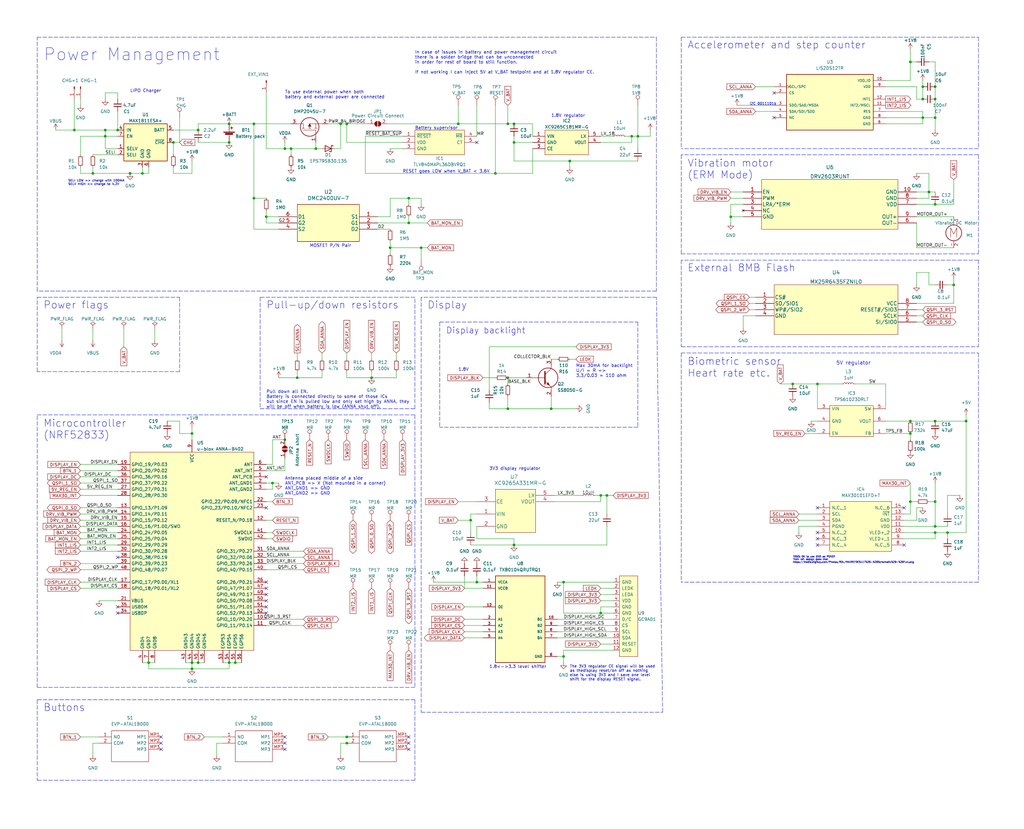
<source format=kicad_sch>
(kicad_sch (version 20211123) (generator eeschema)
  (paper "User" 419.989 340.004)
  (title_block (title "Smart Watch") (date "2022-09-05") (rev "0.1"))
  (junction (at 261.62 55.88))
  (junction (at 104.14 50.8))
  (junction (at 388.62 218.44))
  (junction (at 383.54 48.26))
  (junction (at 121.92 154.94))
  (junction (at 325.12 157.48))
  (junction (at 142.24 50.8))
  (junction (at 96.52 271.78))
  (junction (at 210.82 50.8))
  (junction (at 43.18 55.88))
  (junction (at 152.4 154.94))
  (junction (at 378.46 48.26))
  (junction (at 43.18 53.34))
  (junction (at 203.2 71.12))
  (junction (at 81.28 53.34))
  (junction (at 193.04 213.36))
  (junction (at 53.34 71.12))
  (junction (at 116.84 60.96))
  (junction (at 208.28 154.94))
  (junction (at 187.96 50.8))
  (junction (at 104.14 81.28))
  (junction (at 233.68 66.04))
  (junction (at 246.38 251.46))
  (junction (at 78.74 271.78))
  (junction (at 93.98 50.8))
  (junction (at 129.54 60.96))
  (junction (at 78.74 274.32))
  (junction (at 391.16 116.84))
  (junction (at 373.38 172.72))
  (junction (at 93.98 271.78))
  (junction (at 93.98 58.42))
  (junction (at 210.82 223.52))
  (junction (at 58.42 71.12))
  (junction (at 142.24 304.8))
  (junction (at 208.28 50.8))
  (junction (at 231.14 238.76))
  (junction (at 78.74 177.8))
  (junction (at 48.26 53.34))
  (junction (at 378.46 40.64))
  (junction (at 38.1 71.12))
  (junction (at 381 78.74))
  (junction (at 139.7 50.8))
  (junction (at 30.48 53.34))
  (junction (at 299.72 88.9))
  (junction (at 167.64 81.28))
  (junction (at 111.76 198.12))
  (junction (at 81.28 271.78))
  (junction (at 60.96 271.78))
  (junction (at 373.38 177.8))
  (junction (at 119.38 60.96))
  (junction (at 383.54 215.9))
  (junction (at 109.22 88.9))
  (junction (at 335.28 157.48))
  (junction (at 71.12 58.42))
  (junction (at 142.24 302.26))
  (junction (at 383.54 172.72))
  (junction (at 383.54 205.74))
  (junction (at 248.92 203.2))
  (junction (at 373.38 25.4))
  (junction (at 167.64 91.44))
  (junction (at 172.72 101.6))
  (junction (at 383.54 40.64))
  (junction (at 383.54 35.56))
  (junction (at 116.84 180.34))
  (junction (at 383.54 83.82))
  (junction (at 226.06 167.64))
  (junction (at 396.24 172.72))
  (junction (at 210.82 58.42))
  (junction (at 259.08 55.88))
  (junction (at 246.38 203.2))
  (junction (at 195.58 238.76))
  (junction (at 231.14 269.24))
  (junction (at 383.54 218.44))
  (junction (at 160.02 101.6))
  (junction (at 208.28 167.64))
  (junction (at 373.38 205.74))
  (junction (at 378.46 35.56))
  (no_connect (at 317.5 48.26))
  (no_connect (at 370.84 208.28))
  (no_connect (at 370.84 223.52))
  (no_connect (at 335.28 220.98))
  (no_connect (at 335.28 223.52))
  (no_connect (at 335.28 218.44))
  (no_connect (at 335.28 208.28))
  (no_connect (at 317.5 38.1))
  (no_connect (at 109.22 248.92))
  (no_connect (at 109.22 251.46))
  (no_connect (at 116.84 307.34))
  (no_connect (at 48.26 228.6))
  (no_connect (at 109.22 241.3))
  (no_connect (at 109.22 243.84))
  (no_connect (at 167.64 307.34))
  (no_connect (at 116.84 304.8))
  (no_connect (at 195.58 58.42))
  (no_connect (at 66.04 302.26))
  (no_connect (at 66.04 304.8))
  (no_connect (at 66.04 307.34))
  (no_connect (at 167.64 302.26))
  (no_connect (at 109.22 246.38))
  (no_connect (at 109.22 238.76))
  (no_connect (at 116.84 302.26))
  (no_connect (at 109.22 195.58))
  (no_connect (at 109.22 208.28))
  (no_connect (at 167.64 304.8))
  (no_connect (at 48.26 248.92))
  (no_connect (at 48.26 251.46))
  (wire (pts (xy 162.56 152.4) (xy 162.56 154.94)))
  (wire (pts (xy 375.92 78.74) (xy 381 78.74)))
  (polyline (pts (xy 73.66 152.4) (xy 15.24 152.4)))
  (wire (pts (xy 383.54 25.4) (xy 383.54 35.56)))
  (wire (pts (xy 38.1 68.58) (xy 38.1 71.12)))
  (wire (pts (xy 109.22 38.1) (xy 109.22 60.96)))
  (polyline (pts (xy 15.24 170.18) (xy 170.18 170.18)))
  (wire (pts (xy 104.14 50.8) (xy 119.38 50.8)))
  (wire (pts (xy 375.92 101.6) (xy 391.16 101.6)))
  (wire (pts (xy 104.14 93.98) (xy 104.14 81.28)))
  (wire (pts (xy 139.7 50.8) (xy 142.24 50.8)))
  (wire (pts (xy 383.54 35.56) (xy 383.54 40.64)))
  (wire (pts (xy 383.54 218.44) (xy 388.62 218.44)))
  (wire (pts (xy 261.62 55.88) (xy 261.62 60.96)))
  (wire (pts (xy 93.98 269.24) (xy 93.98 271.78)))
  (wire (pts (xy 383.54 40.64) (xy 383.54 48.26)))
  (wire (pts (xy 193.04 213.36) (xy 193.04 210.82)))
  (polyline (pts (xy 15.24 119.38) (xy 15.24 15.24)))
  (wire (pts (xy 383.54 172.72) (xy 396.24 172.72)))
  (wire (pts (xy 58.42 68.58) (xy 58.42 71.12)))
  (wire (pts (xy 142.24 50.8) (xy 151.13 50.8)))
  (wire (pts (xy 111.76 190.5) (xy 109.22 190.5)))
  (wire (pts (xy 218.44 71.12) (xy 218.44 60.96)))
  (wire (pts (xy 43.18 38.1) (xy 48.26 38.1)))
  (wire (pts (xy 231.14 269.24) (xy 231.14 271.78)))
  (wire (pts (xy 43.18 60.96) (xy 43.18 55.88)))
  (wire (pts (xy 251.46 55.88) (xy 246.38 55.88)))
  (wire (pts (xy 383.54 205.74) (xy 383.54 215.9)))
  (polyline (pts (xy 401.32 106.68) (xy 401.32 142.24)))
  (wire (pts (xy 195.58 215.9) (xy 195.58 220.98)))
  (wire (pts (xy 228.6 256.54) (xy 251.46 256.54)))
  (polyline (pts (xy 180.34 132.08) (xy 261.62 132.08)))
  (wire (pts (xy 172.72 101.6) (xy 172.72 106.68)))
  (wire (pts (xy 172.72 101.6) (xy 175.26 101.6)))
  (polyline (pts (xy 271.78 292.1) (xy 269.24 121.92)))
  (wire (pts (xy 160.02 81.28) (xy 167.64 81.28)))
  (wire (pts (xy 116.84 60.96) (xy 119.38 60.96)))
  (wire (pts (xy 248.92 203.2) (xy 248.92 210.82)))
  (wire (pts (xy 200.66 142.24) (xy 236.22 142.24)))
  (wire (pts (xy 248.92 203.2) (xy 251.46 203.2)))
  (wire (pts (xy 142.24 152.4) (xy 142.24 154.94)))
  (wire (pts (xy 33.02 55.88) (xy 43.18 55.88)))
  (polyline (pts (xy 73.66 121.92) (xy 73.66 152.4)))
  (wire (pts (xy 304.8 129.54) (xy 304.8 134.62)))
  (wire (pts (xy 43.18 53.34) (xy 43.18 55.88)))
  (wire (pts (xy 246.38 203.2) (xy 248.92 203.2)))
  (wire (pts (xy 60.96 274.32) (xy 78.74 274.32)))
  (wire (pts (xy 243.84 203.2) (xy 246.38 203.2)))
  (polyline (pts (xy 401.32 60.96) (xy 279.4 60.96)))
  (wire (pts (xy 88.9 304.8) (xy 91.44 304.8)))
  (wire (pts (xy 246.38 251.46) (xy 251.46 251.46)))
  (wire (pts (xy 167.64 88.9) (xy 167.64 91.44)))
  (wire (pts (xy 200.66 165.1) (xy 200.66 167.64)))
  (wire (pts (xy 38.1 63.5) (xy 48.26 63.5)))
  (wire (pts (xy 152.4 144.78) (xy 152.4 147.32)))
  (wire (pts (xy 73.66 48.26) (xy 73.66 58.42)))
  (wire (pts (xy 246.38 241.3) (xy 251.46 241.3)))
  (wire (pts (xy 119.38 60.96) (xy 129.54 60.96)))
  (polyline (pts (xy 170.18 287.02) (xy 15.24 287.02)))
  (wire (pts (xy 304.8 83.82) (xy 299.72 83.82)))
  (wire (pts (xy 25.4 134.62) (xy 25.4 139.7)))
  (wire (pts (xy 104.14 81.28) (xy 109.22 81.28)))
  (wire (pts (xy 33.02 68.58) (xy 33.02 71.12)))
  (wire (pts (xy 208.28 162.56) (xy 208.28 167.64)))
  (wire (pts (xy 375.92 25.4) (xy 373.38 25.4)))
  (wire (pts (xy 76.2 271.78) (xy 78.74 271.78)))
  (wire (pts (xy 195.58 43.18) (xy 195.58 55.88)))
  (wire (pts (xy 210.82 220.98) (xy 210.82 223.52)))
  (wire (pts (xy 121.92 144.78) (xy 121.92 147.32)))
  (polyline (pts (xy 279.4 63.5) (xy 279.4 104.14)))
  (wire (pts (xy 307.34 121.92) (xy 309.88 121.92)))
  (wire (pts (xy 370.84 220.98) (xy 383.54 220.98)))
  (wire (pts (xy 48.26 53.34) (xy 43.18 53.34)))
  (wire (pts (xy 48.26 213.36) (xy 33.02 213.36)))
  (wire (pts (xy 373.38 172.72) (xy 383.54 172.72)))
  (polyline (pts (xy 15.24 281.94) (xy 15.24 170.18)))
  (wire (pts (xy 142.24 154.94) (xy 152.4 154.94)))
  (wire (pts (xy 388.62 116.84) (xy 391.16 116.84)))
  (wire (pts (xy 162.56 154.94) (xy 152.4 154.94)))
  (wire (pts (xy 233.68 66.04) (xy 261.62 66.04)))
  (wire (pts (xy 195.58 236.22) (xy 195.58 238.76)))
  (wire (pts (xy 391.16 116.84) (xy 391.16 124.46)))
  (polyline (pts (xy 401.32 15.24) (xy 401.32 60.96)))
  (wire (pts (xy 381 111.76) (xy 375.92 111.76)))
  (wire (pts (xy 388.62 218.44) (xy 396.24 218.44)))
  (wire (pts (xy 71.12 53.34) (xy 81.28 53.34)))
  (wire (pts (xy 307.34 124.46) (xy 309.88 124.46)))
  (wire (pts (xy 246.38 246.38) (xy 251.46 246.38)))
  (wire (pts (xy 78.74 177.8) (xy 78.74 180.34)))
  (wire (pts (xy 96.52 271.78) (xy 99.06 271.78)))
  (wire (pts (xy 111.76 190.5) (xy 111.76 180.34)))
  (wire (pts (xy 78.74 175.26) (xy 78.74 177.8)))
  (wire (pts (xy 40.64 246.38) (xy 48.26 246.38)))
  (wire (pts (xy 190.5 248.92) (xy 198.12 248.92)))
  (wire (pts (xy 373.38 20.32) (xy 373.38 25.4)))
  (wire (pts (xy 218.44 50.8) (xy 210.82 50.8)))
  (polyline (pts (xy 279.4 15.24) (xy 401.32 15.24)))
  (wire (pts (xy 60.96 269.24) (xy 60.96 271.78)))
  (wire (pts (xy 124.46 256.54) (xy 109.22 256.54)))
  (wire (pts (xy 48.26 238.76) (xy 33.02 238.76)))
  (wire (pts (xy 373.38 177.8) (xy 373.38 180.34)))
  (polyline (pts (xy 279.4 144.78) (xy 401.32 144.78)))
  (wire (pts (xy 73.66 172.72) (xy 73.66 177.8)))
  (wire (pts (xy 78.74 71.12) (xy 78.74 66.04)))
  (wire (pts (xy 109.22 226.06) (xy 124.46 226.06)))
  (wire (pts (xy 142.24 58.42) (xy 142.24 50.8)))
  (wire (pts (xy 190.5 259.08) (xy 198.12 259.08)))
  (wire (pts (xy 363.22 157.48) (xy 363.22 167.64)))
  (wire (pts (xy 187.96 43.18) (xy 187.96 50.8)))
  (polyline (pts (xy 261.62 132.08) (xy 261.62 175.26)))
  (wire (pts (xy 231.14 238.76) (xy 251.46 238.76)))
  (wire (pts (xy 378.46 33.02) (xy 378.46 35.56)))
  (wire (pts (xy 383.54 215.9) (xy 388.62 215.9)))
  (wire (pts (xy 160.02 99.06) (xy 160.02 101.6)))
  (wire (pts (xy 154.94 91.44) (xy 167.64 91.44)))
  (polyline (pts (xy 180.34 132.08) (xy 180.34 175.26)))
  (wire (pts (xy 327.66 210.82) (xy 335.28 210.82)))
  (wire (pts (xy 33.02 71.12) (xy 38.1 71.12)))
  (wire (pts (xy 109.22 88.9) (xy 109.22 91.44)))
  (polyline (pts (xy 15.24 152.4) (xy 15.24 121.92)))
  (wire (pts (xy 335.28 157.48) (xy 345.44 157.48)))
  (wire (pts (xy 48.26 215.9) (xy 33.02 215.9)))
  (wire (pts (xy 193.04 210.82) (xy 195.58 210.82)))
  (polyline (pts (xy 261.62 175.26) (xy 180.34 175.26)))
  (wire (pts (xy 383.54 218.44) (xy 383.54 220.98)))
  (wire (pts (xy 50.8 134.62) (xy 50.8 142.24)))
  (polyline (pts (xy 401.32 63.5) (xy 279.4 63.5)))
  (wire (pts (xy 33.02 220.98) (xy 48.26 220.98)))
  (wire (pts (xy 30.48 40.64) (xy 30.48 53.34)))
  (polyline (pts (xy 269.24 119.38) (xy 15.24 119.38)))
  (wire (pts (xy 309.88 45.72) (xy 317.5 45.72)))
  (wire (pts (xy 332.74 172.72) (xy 335.28 172.72)))
  (wire (pts (xy 203.2 43.18) (xy 203.2 71.12)))
  (wire (pts (xy 43.18 40.64) (xy 43.18 38.1)))
  (wire (pts (xy 119.38 63.5) (xy 119.38 60.96)))
  (wire (pts (xy 335.28 215.9) (xy 327.66 215.9)))
  (wire (pts (xy 116.84 58.42) (xy 116.84 60.96)))
  (wire (pts (xy 327.66 215.9) (xy 327.66 218.44)))
  (wire (pts (xy 375.92 88.9) (xy 391.16 88.9)))
  (wire (pts (xy 228.6 254) (xy 251.46 254)))
  (wire (pts (xy 190.5 254) (xy 198.12 254)))
  (wire (pts (xy 375.92 127) (xy 378.46 127)))
  (polyline (pts (xy 172.72 121.92) (xy 172.72 292.1)))
  (polyline (pts (xy 401.32 106.68) (xy 279.4 106.68)))
  (wire (pts (xy 198.12 154.94) (xy 203.2 154.94)))
  (wire (pts (xy 190.5 241.3) (xy 198.12 241.3)))
  (wire (pts (xy 172.72 81.28) (xy 167.64 81.28)))
  (wire (pts (xy 375.92 71.12) (xy 381 71.12)))
  (wire (pts (xy 43.18 60.96) (xy 48.26 60.96)))
  (wire (pts (xy 266.7 55.88) (xy 266.7 53.34)))
  (wire (pts (xy 373.38 205.74) (xy 373.38 210.82)))
  (wire (pts (xy 33.02 208.28) (xy 48.26 208.28)))
  (wire (pts (xy 304.8 88.9) (xy 299.72 88.9)))
  (wire (pts (xy 218.44 58.42) (xy 210.82 58.42)))
  (wire (pts (xy 165.1 55.88) (xy 149.86 55.88)))
  (wire (pts (xy 363.22 50.8) (xy 378.46 50.8)))
  (wire (pts (xy 208.28 154.94) (xy 208.28 157.48)))
  (wire (pts (xy 40.64 304.8) (xy 38.1 304.8)))
  (polyline (pts (xy 172.72 292.1) (xy 271.78 292.1)))
  (wire (pts (xy 111.76 213.36) (xy 109.22 213.36)))
  (wire (pts (xy 388.62 210.82) (xy 388.62 203.2)))
  (wire (pts (xy 195.58 238.76) (xy 198.12 238.76)))
  (wire (pts (xy 78.74 271.78) (xy 78.74 274.32)))
  (wire (pts (xy 137.16 60.96) (xy 139.7 60.96)))
  (wire (pts (xy 375.92 81.28) (xy 381 81.28)))
  (wire (pts (xy 391.16 114.3) (xy 391.16 116.84)))
  (wire (pts (xy 246.38 58.42) (xy 259.08 58.42)))
  (wire (pts (xy 325.12 157.48) (xy 335.28 157.48)))
  (wire (pts (xy 33.02 200.66) (xy 48.26 200.66)))
  (wire (pts (xy 63.5 134.62) (xy 63.5 139.7)))
  (wire (pts (xy 299.72 83.82) (xy 299.72 88.9)))
  (wire (pts (xy 121.92 152.4) (xy 121.92 154.94)))
  (wire (pts (xy 38.1 71.12) (xy 53.34 71.12)))
  (wire (pts (xy 233.68 147.32) (xy 236.22 147.32)))
  (wire (pts (xy 388.62 203.2) (xy 393.7 203.2)))
  (wire (pts (xy 378.46 48.26) (xy 383.54 48.26)))
  (wire (pts (xy 33.02 223.52) (xy 48.26 223.52)))
  (wire (pts (xy 383.54 198.12) (xy 383.54 205.74)))
  (polyline (pts (xy 170.18 320.04) (xy 15.24 320.04)))
  (wire (pts (xy 124.46 233.68) (xy 109.22 233.68)))
  (wire (pts (xy 330.2 177.8) (xy 335.28 177.8)))
  (wire (pts (xy 68.58 172.72) (xy 73.66 172.72)))
  (wire (pts (xy 111.76 218.44) (xy 109.22 218.44)))
  (wire (pts (xy 208.28 167.64) (xy 226.06 167.64)))
  (polyline (pts (xy 170.18 167.64) (xy 170.18 121.92)))
  (wire (pts (xy 78.74 274.32) (xy 93.98 274.32)))
  (polyline (pts (xy 170.18 121.92) (xy 106.68 121.92)))
  (wire (pts (xy 381 25.4) (xy 383.54 25.4)))
  (wire (pts (xy 129.54 60.96) (xy 132.08 60.96)))
  (wire (pts (xy 228.6 259.08) (xy 251.46 259.08)))
  (wire (pts (xy 93.98 274.32) (xy 93.98 271.78)))
  (wire (pts (xy 375.92 111.76) (xy 375.92 116.84)))
  (wire (pts (xy 335.28 157.48) (xy 335.28 167.64)))
  (wire (pts (xy 111.76 200.66) (xy 111.76 198.12)))
  (wire (pts (xy 231.14 238.76) (xy 231.14 251.46)))
  (wire (pts (xy 227.33 205.74) (xy 246.38 205.74)))
  (wire (pts (xy 381 78.74) (xy 383.54 78.74)))
  (wire (pts (xy 210.82 58.42) (xy 210.82 66.04)))
  (wire (pts (xy 132.08 154.94) (xy 121.92 154.94)))
  (wire (pts (xy 375.92 124.46) (xy 391.16 124.46)))
  (wire (pts (xy 231.14 266.7) (xy 231.14 269.24)))
  (wire (pts (xy 160.02 93.98) (xy 154.94 93.98)))
  (polyline (pts (xy 279.4 106.68) (xy 279.4 142.24)))
  (wire (pts (xy 73.66 177.8) (xy 78.74 177.8)))
  (wire (pts (xy 33.02 302.26) (xy 40.64 302.26)))
  (wire (pts (xy 109.22 200.66) (xy 111.76 200.66)))
  (wire (pts (xy 231.14 251.46) (xy 246.38 251.46)))
  (wire (pts (xy 203.2 71.12) (xy 218.44 71.12)))
  (wire (pts (xy 227.33 203.2) (xy 238.76 203.2)))
  (wire (pts (xy 139.7 304.8) (xy 139.7 309.88)))
  (wire (pts (xy 210.82 223.52) (xy 248.92 223.52)))
  (polyline (pts (xy 279.4 144.78) (xy 279.4 238.76)))
  (wire (pts (xy 228.6 269.24) (xy 231.14 269.24)))
  (wire (pts (xy 109.22 198.12) (xy 111.76 198.12)))
  (wire (pts (xy 81.28 58.42) (xy 93.98 58.42)))
  (wire (pts (xy 299.72 88.9) (xy 299.72 91.44)))
  (wire (pts (xy 22.86 53.34) (xy 30.48 53.34)))
  (wire (pts (xy 370.84 213.36) (xy 375.92 213.36)))
  (wire (pts (xy 109.22 91.44) (xy 114.3 91.44)))
  (wire (pts (xy 83.82 302.26) (xy 91.44 302.26)))
  (wire (pts (xy 350.52 157.48) (xy 363.22 157.48)))
  (wire (pts (xy 109.22 193.04) (xy 116.84 193.04)))
  (wire (pts (xy 134.62 302.26) (xy 142.24 302.26)))
  (wire (pts (xy 30.48 53.34) (xy 43.18 53.34)))
  (wire (pts (xy 71.12 71.12) (xy 78.74 71.12)))
  (wire (pts (xy 172.72 83.82) (xy 172.72 81.28)))
  (wire (pts (xy 109.22 228.6) (xy 124.46 228.6)))
  (wire (pts (xy 309.88 129.54) (xy 304.8 129.54)))
  (wire (pts (xy 370.84 210.82) (xy 373.38 210.82)))
  (wire (pts (xy 391.16 83.82) (xy 391.16 73.66)))
  (wire (pts (xy 88.9 304.8) (xy 88.9 309.88)))
  (wire (pts (xy 375.92 35.56) (xy 375.92 40.64)))
  (wire (pts (xy 109.22 60.96) (xy 116.84 60.96)))
  (wire (pts (xy 226.06 162.56) (xy 226.06 167.64)))
  (wire (pts (xy 132.08 152.4) (xy 132.08 154.94)))
  (wire (pts (xy 363.22 172.72) (xy 373.38 172.72)))
  (wire (pts (xy 375.92 213.36) (xy 375.92 208.28)))
  (polyline (pts (xy 401.32 63.5) (xy 401.32 104.14)))
  (polyline (pts (xy 269.24 121.92) (xy 172.72 121.92)))
  (wire (pts (xy 162.56 144.78) (xy 162.56 147.32)))
  (wire (pts (xy 152.4 152.4) (xy 152.4 154.94)))
  (wire (pts (xy 142.24 302.26) (xy 144.78 302.26)))
  (wire (pts (xy 378.46 48.26) (xy 378.46 50.8)))
  (wire (pts (xy 381 81.28) (xy 381 78.74)))
  (wire (pts (xy 396.24 170.18) (xy 396.24 172.72)))
  (wire (pts (xy 109.22 88.9) (xy 114.3 88.9)))
  (wire (pts (xy 33.02 195.58) (xy 48.26 195.58)))
  (polyline (pts (xy 15.24 15.24) (xy 269.24 15.24)))
  (wire (pts (xy 375.92 205.74) (xy 373.38 205.74)))
  (wire (pts (xy 190.5 236.22) (xy 190.5 241.3)))
  (wire (pts (xy 93.98 271.78) (xy 96.52 271.78)))
  (wire (pts (xy 396.24 172.72) (xy 396.24 218.44)))
  (wire (pts (xy 375.92 132.08) (xy 378.46 132.08)))
  (wire (pts (xy 200.66 167.64) (xy 208.28 167.64)))
  (wire (pts (xy 60.96 271.78) (xy 60.96 274.32)))
  (polyline (pts (xy 170.18 281.94) (xy 15.24 281.94)))
  (wire (pts (xy 228.6 238.76) (xy 231.14 238.76)))
  (wire (pts (xy 121.92 154.94) (xy 114.3 154.94)))
  (wire (pts (xy 177.8 238.76) (xy 195.58 238.76)))
  (wire (pts (xy 149.86 55.88) (xy 149.86 71.12)))
  (polyline (pts (xy 106.68 167.64) (xy 170.18 167.64)))
  (wire (pts (xy 187.96 50.8) (xy 208.28 50.8)))
  (polyline (pts (xy 401.32 144.78) (xy 401.32 238.76)))
  (wire (pts (xy 48.26 40.64) (xy 48.26 38.1)))
  (wire (pts (xy 160.02 101.6) (xy 160.02 104.14)))
  (wire (pts (xy 33.02 226.06) (xy 48.26 226.06)))
  (wire (pts (xy 81.28 50.8) (xy 93.98 50.8)))
  (wire (pts (xy 246.38 243.84) (xy 251.46 243.84)))
  (wire (pts (xy 111.76 220.98) (xy 109.22 220.98)))
  (wire (pts (xy 71.12 58.42) (xy 71.12 63.5)))
  (wire (pts (xy 210.82 50.8) (xy 208.28 50.8)))
  (wire (pts (xy 375.92 129.54) (xy 378.46 129.54)))
  (wire (pts (xy 246.38 205.74) (xy 246.38 203.2)))
  (wire (pts (xy 218.44 55.88) (xy 218.44 50.8)))
  (wire (pts (xy 129.54 58.42) (xy 129.54 60.96)))
  (wire (pts (xy 104.14 50.8) (xy 104.14 81.28)))
  (wire (pts (xy 373.38 33.02) (xy 373.38 25.4)))
  (polyline (pts (xy 279.4 104.14) (xy 401.32 104.14)))
  (wire (pts (xy 132.08 144.78) (xy 132.08 147.32)))
  (wire (pts (xy 370.84 215.9) (xy 383.54 215.9)))
  (wire (pts (xy 373.38 198.12) (xy 373.38 205.74)))
  (wire (pts (xy 327.66 213.36) (xy 335.28 213.36)))
  (wire (pts (xy 58.42 271.78) (xy 60.96 271.78)))
  (polyline (pts (xy 279.4 15.24) (xy 279.4 60.96)))
  (wire (pts (xy 73.66 58.42) (xy 71.12 58.42)))
  (wire (pts (xy 33.02 40.64) (xy 33.02 43.18)))
  (wire (pts (xy 160.02 88.9) (xy 154.94 88.9)))
  (wire (pts (xy 160.02 101.6) (xy 172.72 101.6)))
  (wire (pts (xy 160.02 60.96) (xy 165.1 60.96)))
  (wire (pts (xy 246.38 264.16) (xy 251.46 264.16)))
  (wire (pts (xy 383.54 83.82) (xy 391.16 83.82)))
  (wire (pts (xy 33.02 218.44) (xy 48.26 218.44)))
  (wire (pts (xy 363.22 45.72) (xy 378.46 45.72)))
  (polyline (pts (xy 15.24 121.92) (xy 73.66 121.92)))
  (wire (pts (xy 208.28 43.18) (xy 208.28 50.8)))
  (wire (pts (xy 111.76 180.34) (xy 116.84 180.34)))
  (polyline (pts (xy 401.32 238.76) (xy 279.4 238.76)))
  (wire (pts (xy 111.76 205.74) (xy 109.22 205.74)))
  (wire (pts (xy 375.92 83.82) (xy 383.54 83.82)))
  (wire (pts (xy 193.04 223.52) (xy 210.82 223.52)))
  (wire (pts (xy 363.22 35.56) (xy 375.92 35.56)))
  (wire (pts (xy 33.02 63.5) (xy 33.02 55.88)))
  (wire (pts (xy 210.82 55.88) (xy 210.82 58.42)))
  (wire (pts (xy 167.64 83.82) (xy 167.64 81.28)))
  (wire (pts (xy 187.96 205.74) (xy 195.58 205.74)))
  (wire (pts (xy 261.62 55.88) (xy 266.7 55.88)))
  (wire (pts (xy 388.62 218.44) (xy 388.62 220.98)))
  (polyline (pts (xy 106.68 121.92) (xy 106.68 167.64)))
  (wire (pts (xy 381 205.74) (xy 383.54 205.74)))
  (wire (pts (xy 48.26 190.5) (xy 33.02 190.5)))
  (wire (pts (xy 248.92 215.9) (xy 248.92 223.52)))
  (wire (pts (xy 251.46 248.92) (xy 246.38 248.92)))
  (wire (pts (xy 104.14 93.98) (xy 114.3 93.98)))
  (wire (pts (xy 251.46 266.7) (xy 231.14 266.7)))
  (wire (pts (xy 375.92 40.64) (xy 378.46 40.64)))
  (polyline (pts (xy 279.4 142.24) (xy 401.32 142.24)))
  (wire (pts (xy 307.34 127) (xy 309.88 127)))
  (wire (pts (xy 233.68 66.04) (xy 233.68 68.58)))
  (wire (pts (xy 302.26 43.18) (xy 317.5 43.18)))
  (wire (pts (xy 226.06 167.64) (xy 236.22 167.64)))
  (wire (pts (xy 78.74 269.24) (xy 78.74 271.78)))
  (polyline (pts (xy 170.18 287.02) (xy 170.18 320.04)))
  (wire (pts (xy 381 116.84) (xy 383.54 116.84)))
  (wire (pts (xy 60.96 271.78) (xy 63.5 271.78)))
  (wire (pts (xy 33.02 231.14) (xy 48.26 231.14)))
  (wire (pts (xy 381 111.76) (xy 381 116.84)))
  (wire (pts (xy 370.84 218.44) (xy 383.54 218.44)))
  (wire (pts (xy 149.86 71.12) (xy 203.2 71.12)))
  (wire (pts (xy 381 71.12) (xy 381 78.74)))
  (wire (pts (xy 139.7 50.8) (xy 139.7 60.96)))
  (wire (pts (xy 116.84 193.04) (xy 116.84 187.96)))
  (wire (pts (xy 48.26 53.34) (xy 48.26 45.72)))
  (wire (pts (xy 378.46 45.72) (xy 378.46 48.26)))
  (wire (pts (xy 81.28 271.78) (xy 83.82 271.78)))
  (wire (pts (xy 246.38 248.92) (xy 246.38 251.46)))
  (wire (pts (xy 142.24 58.42) (xy 165.1 58.42)))
  (wire (pts (xy 124.46 254) (xy 109.22 254)))
  (wire (pts (xy 378.46 35.56) (xy 378.46 40.64)))
  (wire (pts (xy 109.22 231.14) (xy 124.46 231.14)))
  (wire (pts (xy 383.54 48.26) (xy 383.54 53.34)))
  (wire (pts (xy 139.7 304.8) (xy 142.24 304.8)))
  (wire (pts (xy 33.02 233.68) (xy 48.26 233.68)))
  (polyline (pts (xy 170.18 170.18) (xy 170.18 281.94)))
  (polyline (pts (xy 15.24 287.02) (xy 15.24 320.04)))
  (wire (pts (xy 38.1 134.62) (xy 38.1 139.7)))
  (wire (pts (xy 167.64 91.44) (xy 175.26 91.44)))
  (wire (pts (xy 200.66 142.24) (xy 200.66 160.02)))
  (wire (pts (xy 33.02 198.12) (xy 48.26 198.12)))
  (wire (pts (xy 195.58 220.98) (xy 210.82 220.98)))
  (wire (pts (xy 208.28 154.94) (xy 215.9 154.94)))
  (wire (pts (xy 142.24 304.8) (xy 144.78 304.8)))
  (wire (pts (xy 48.26 241.3) (xy 33.02 241.3)))
  (wire (pts (xy 78.74 271.78) (xy 81.28 271.78)))
  (wire (pts (xy 60.96 68.58) (xy 60.96 71.12)))
  (wire (pts (xy 210.82 66.04) (xy 233.68 66.04)))
  (wire (pts (xy 375.92 91.44) (xy 375.92 101.6)))
  (wire (pts (xy 363.22 48.26) (xy 378.46 48.26)))
  (wire (pts (xy 363.22 33.02) (xy 373.38 33.02)))
  (wire (pts (xy 299.72 78.74) (xy 304.8 78.74)))
  (wire (pts (xy 375.92 208.28) (xy 378.46 208.28)))
  (polyline (pts (xy 269.24 15.24) (xy 269.24 119.38)))
  (wire (pts (xy 259.08 58.42) (xy 259.08 55.88)))
  (wire (pts (xy 81.28 53.34) (xy 81.28 50.8)))
  (wire (pts (xy 38.1 304.8) (xy 38.1 309.88)))
  (wire (pts (xy 134.62 50.8) (xy 139.7 50.8)))
  (wire (pts (xy 228.6 147.32) (xy 226.06 147.32)))
  (wire (pts (xy 43.18 55.88) (xy 48.26 55.88)))
  (wire (pts (xy 309.88 35.56) (xy 317.5 35.56)))
  (wire (pts (xy 228.6 261.62) (xy 251.46 261.62)))
  (wire (pts (xy 93.98 50.8) (xy 104.14 50.8)))
  (wire (pts (xy 158.75 50.8) (xy 187.96 50.8)))
  (wire (pts (xy 33.02 203.2) (xy 48.26 203.2)))
  (wire (pts (xy 91.44 271.78) (xy 93.98 271.78)))
  (wire (pts (xy 320.04 157.48) (xy 325.12 157.48)))
  (wire (pts (xy 261.62 43.18) (xy 261.62 55.88)))
  (wire (pts (xy 160.02 81.28) (xy 160.02 88.9)))
  (wire (pts (xy 48.26 210.82) (xy 33.02 210.82)))
  (wire (pts (xy 190.5 256.54) (xy 198.12 256.54)))
  (wire (pts (xy 71.12 68.58) (xy 71.12 71.12)))
  (wire (pts (xy 259.08 55.88) (xy 261.62 55.88)))
  (wire (pts (xy 109.22 86.36) (xy 109.22 88.9)))
  (wire (pts (xy 60.96 71.12) (xy 58.42 71.12)))
  (wire (pts (xy 299.72 81.28) (xy 304.8 81.28)))
  (wire (pts (xy 363.22 177.8) (xy 373.38 177.8)))
  (wire (pts (xy 142.24 144.78) (xy 142.24 147.32)))
  (wire (pts (xy 256.54 55.88) (xy 259.08 55.88)))
  (wire (pts (xy 53.34 71.12) (xy 58.42 71.12)))
  (wire (pts (xy 114.3 198.12) (xy 111.76 198.12)))
  (wire (pts (xy 33.02 193.04) (xy 48.26 193.04)))
  (wire (pts (xy 193.04 218.44) (xy 193.04 213.36)))
  (wire (pts (xy 187.96 213.36) (xy 193.04 213.36)))
  (wire (pts (xy 190.5 261.62) (xy 198.12 261.62)))
  (text "Display backlight" (at 182.88 137.16 0) (effects (font (size 2.5 2.5)) (justify left bottom)))
  (text "Biometric sensor\nHeart rate etc." (at 281.94 154.94 0) (effects (font (size 3 3)) (justify left bottom)))
  (text "Antenna placed middle of a side\nANT_PCB => X (Not mounted in a corner)\nANT_GND1 => GND\nANT_GND2 => GND" (at 116.84 203.2 0) (effects (font (size 1.27 1.27)) (justify left bottom)))
  (text "Microcontroller\n(NRF52833)" (at 17.78 180.34 0) (effects (font (size 3 3)) (justify left bottom)))
  (text "3V3 display regulator" (at 200.66 193.04 0) (effects (font (size 1.27 1.27)) (justify left bottom)))
  (text "Pull-up/down resistors" (at 109.22 127 0) (effects (font (size 3 3)) (justify left bottom)))
  (text "MOSFET P/N Pair" (at 127 101.6 0) (effects (font (size 1.27 1.27)) (justify left bottom)))
  (text "Power Management" (at 17.78 25.4 0) (effects (font (size 5 5)) (justify left bottom)))
  (text "SELI LOW => charge with 100mA\nSELV HIGH => charge to 4.2V" (at 27.94 76.2 0) (effects (font (size 0.9 0.9)) (justify left bottom)))
  (text "Battery supervisor" (at 170.18 53.34 0) (effects (font (size 1.27 1.27)) (justify left bottom)))
  (text "RESET goes LOW when V_BAT < 3.6V" (at 165.1 71.12 0) (effects (font (size 1.27 1.27)) (justify left bottom)))
  (text "CHG NOT CONNECTED..." (at -55.5092 197.3675 0) (effects (font (size 1.27 1.27)) (justify left bottom)))
  (text "Buttons" (at 17.78 292.1 0) (effects (font (size 3 3)) (justify left bottom)))
  (text "TODO: OK to use GND as PGND?\nTheir ref. design does that\nhttps://media.digikey.com/Photos/RDL/MAXREFDES117%20-%20Schematic%20-%20Full.png" (at 325.12 231.14 0) (effects (font (size 0.7 0.7)) (justify left bottom)))
  (text "Max 30mA for backlight\nU/I = R =>\n3.3/0.03 = 110 ohm" (at 236.22 154.94 0) (effects (font (size 1.27 1.27)) (justify left bottom)))
  (text "In case of issues in battery and power management circuit \nthere is a solder bridge that can be unconnected\nin order for rest of board to still function.\n\nIf not working I can inject 5V at V_BAT testpoint and at 1.8V regulator CE." (at 170.18 30.48 0) (effects (font (size 1.27 1.27)) (justify left bottom)))
  (text "Power flags" (at 17.78 127 0) (effects (font (size 3 3)) (justify left bottom)))
  (text "To use external power when both\nbattery and external power are connected" (at 116.84 40.64 0) (effects (font (size 1.27 1.27)) (justify left bottom)))
  (text "External 8MB Flash" (at 281.94 111.76 0) (effects (font (size 3 3)) (justify left bottom)))
  (text "Pull down all EN.\nBattery is connected directly to some of those ICs\nbut since EN is pulled low and only set high by ANNA, they\nwill be off when battery is low (ANNA shut off)." (at 109.22 167.64 0) (effects (font (size 1.27 1.27)) (justify left bottom)))
  (text "Accelerometer and step counter" (at 281.94 20.32 0) (effects (font (size 3 3)) (justify left bottom)))
  (text "LIPO Charger" (at 53.34 38.1 0) (effects (font (size 1.27 1.27)) (justify left bottom)))
  (text "_{I2C 0011101b}" (at 307.34 43.18 0) (effects (font (size 1.27 1.27)) (justify left bottom)))
  (text "5V regulator" (at 342.9 149.86 0) (effects (font (size 1.5 1.5)) (justify left bottom)))
  (text "1.8<->3.3 level shifter" (at 200.66 274.32 0) (effects (font (size 1.27 1.27)) (justify left bottom)))
  (text "The 3V3 regulator CE signal will be used\nas thedisplay reset/on off as nothing\nelse is using 3V3 and I save one level\nshift for the display RESET signal." (at 233.68 279.4 0) (effects (font (size 1.1 1.1)) (justify left bottom)))
  (text "Vibration motor\n(ERM Mode)" (at 281.94 73.66 0) (effects (font (size 3 3)) (justify left bottom)))
  (text "Display" (at 175.26 127 0) (effects (font (size 3 3)) (justify left bottom)))
  (text "1.8V regulator" (at 226.06 48.26 0) (effects (font (size 1.27 1.27)) (justify left bottom)))
  (text "1.8V" (at 187.96 152.4 0) (effects (font (size 1.27 1.27)) (justify left bottom)))
  (label "DRV_VIB_EN" (at 48.26 213.36 180))
  (label "~{RESET_BAT_SUP}" (at 149.86 55.88 0))
  (label "DISPLAY_CS" (at 48.26 241.3 180))
  (label "QSPI_CLK" (at 119.38 256.54 180))
  (label "INT1_LIS" (at 35.56 223.52 0))
  (label "QSPI_2_WP" (at 38.1 233.68 0))
  (label "DISPLAY_HIGH_DC" (at 231.14 254 0))
  (label "LX_18" (at 246.38 55.88 0))
  (label "MOTOR_OUT-" (at 375.92 101.6 0))
  (label "MR" (at 195.58 55.88 0))
  (label "DISPLAY_HIGH_SDA" (at 231.14 261.62 0))
  (label "INT2_LIS" (at 35.56 226.06 0))
  (label "DISPLAY_HIGH_SCL" (at 231.065 259.08 0))
  (label "ANT" (at 111.76 180.34 0))
  (label "BAT_MON" (at 35.56 218.44 0))
  (label "SDA_ANNA" (at 109.22 226.06 0))
  (label "LX_3V3" (at 228.6 203.2 0))
  (label "DISPLAY_DC" (at 45.72 195.58 180))
  (label "SCL_ANNA" (at 109.22 228.6 0))
  (label "ANT_INT" (at 109.22 193.04 0))
  (label "QSPI_1_SO" (at 38.1 198.12 0))
  (label "DISPLAY_EN" (at 48.26 190.5 180))
  (label "DISPLAY_CLK" (at 48.26 238.76 180))
  (label "DISPLAY_BLK" (at 109.22 231.14 0))
  (label "DISPLAY_HIGH_CS" (at 231.14 256.54 0))
  (label "PWR_B4_BRIDGE" (at 134.62 50.8 0))
  (label "G2" (at 114.3 91.44 0))
  (label "QSPI_0_SO" (at 35.56 208.28 0))
  (label "COLLECTOR_BLK" (at 226.06 147.32 180))
  (label "DRV_VIB_PWM" (at 48.26 210.82 180))
  (label "D2" (at 154.94 93.98 0))
  (label "TPS_FB" (at 363.22 177.8 0))
  (label "BAT_MON_EN" (at 35.56 220.98 0))
  (label "DISPLAY_DATA" (at 48.26 215.9 180))
  (label "SW" (at 356.3504 157.48 0))
  (label "5V_REG_EN" (at 35.56 200.66 0))
  (label "MOTOR_OUT+" (at 375.92 88.9 0))
  (label "SELI" (at 43.18 63.5 0))
  (label "QSPI_CS" (at 121.92 233.68 180))
  (label "BASE_BLK" (at 208.28 157.48 0))
  (label "QSPI_3_RST" (at 119.38 254 180))
  (global_label "DISPLAY_BLK" (shape input) (at 198.12 154.94 180) (property "Intersheet References" "${INTERSHEET_REFS}" (effects hide)))
  (global_label "SDA_ANNA" (shape input) (at 124.46 226.06 0) (property "Intersheet References" "${INTERSHEET_REFS}" (effects hide)))
  (global_label "DISPLAY_CLK" (shape input) (at 190.5 259.08 180) (property "Intersheet References" "${INTERSHEET_REFS}" (effects hide)))
  (global_label "INT1_LIS" (shape input) (at 152.4 241.3 270) (property "Intersheet References" "${INTERSHEET_REFS}" (effects hide)))
  (global_label "SDA_ANNA" (shape bidirectional) (at 132.08 144.78 90) (property "Intersheet References" "${INTERSHEET_REFS}" (effects hide)))
  (global_label "INT2_LIS" (shape input) (at 33.02 226.06 180) (property "Intersheet References" "${INTERSHEET_REFS}" (effects hide)))
  (global_label "DISPLAY_CLK" (shape input) (at 33.02 238.76 180) (property "Intersheet References" "${INTERSHEET_REFS}" (effects hide)))
  (global_label "MAX30_INT" (shape input) (at 33.02 203.2 180) (property "Intersheet References" "${INTERSHEET_REFS}" (effects hide)))
  (global_label "DISPLAY_EN" (shape input) (at 190.5 248.92 180) (property "Intersheet References" "${INTERSHEET_REFS}" (effects hide)))
  (global_label "QSPI_2_WP" (shape bidirectional) (at 33.02 233.68 180) (property "Intersheet References" "${INTERSHEET_REFS}" (effects hide)))
  (global_label "INT2_LIS" (shape input) (at 144.78 241.3 270) (property "Intersheet References" "${INTERSHEET_REFS}" (effects hide)))
  (global_label "DISPLAY_3V3" (shape input) (at 236.22 142.24 0) (property "Intersheet References" "${INTERSHEET_REFS}" (effects hide)))
  (global_label "SWDCLK" (shape input) (at 111.76 218.44 0) (property "Intersheet References" "${INTERSHEET_REFS}" (effects hide)))
  (global_label "DISPLAY_DC" (shape input) (at 190.5 254 180) (property "Intersheet References" "${INTERSHEET_REFS}" (effects hide)))
  (global_label "DISPLAY_EN" (shape input) (at 142.24 144.78 90) (property "Intersheet References" "${INTERSHEET_REFS}" (effects hide)))
  (global_label "DRV_VIB_PWM" (shape input) (at 33.02 210.82 180) (property "Intersheet References" "${INTERSHEET_REFS}" (effects hide)))
  (global_label "SCL_ANNA" (shape output) (at 121.92 144.78 90) (property "Intersheet References" "${INTERSHEET_REFS}" (effects hide)))
  (global_label "INT1_LIS" (shape input) (at 33.02 223.52 180) (property "Intersheet References" "${INTERSHEET_REFS}" (effects hide)))
  (global_label "BTN_1" (shape input) (at 33.02 302.26 180) (property "Intersheet References" "${INTERSHEET_REFS}" (effects hide)))
  (global_label "SWDIO" (shape input) (at 111.76 220.98 0) (property "Intersheet References" "${INTERSHEET_REFS}" (effects hide)))
  (global_label "DISPLAY_3V3" (shape input) (at 165.1 180.34 270) (property "Intersheet References" "${INTERSHEET_REFS}" (effects hide)))
  (global_label "BAT_MON_EN" (shape input) (at 33.02 220.98 180) (property "Intersheet References" "${INTERSHEET_REFS}" (effects hide)))
  (global_label "BTN_3" (shape input) (at 111.76 205.74 0) (property "Intersheet References" "${INTERSHEET_REFS}" (effects hide)))
  (global_label "DRV_VIB_EN" (shape input) (at 33.02 213.36 180) (property "Intersheet References" "${INTERSHEET_REFS}" (effects hide)))
  (global_label "BTN_2" (shape input) (at 33.02 231.14 180) (property "Intersheet References" "${INTERSHEET_REFS}" (effects hide)))
  (global_label "QSPI_3_RST" (shape bidirectional) (at 124.46 254 0) (property "Intersheet References" "${INTERSHEET_REFS}" (effects hide)))
  (global_label "DRV_VIB_EN" (shape input) (at 152.4 144.78 90) (property "Intersheet References" "${INTERSHEET_REFS}" (effects hide)))
  (global_label "QSPI_1_SO" (shape bidirectional) (at 33.02 198.12 180) (property "Intersheet References" "${INTERSHEET_REFS}" (effects hide)))
  (global_label "DISPLAY_BLK" (shape input) (at 124.46 231.14 0) (property "Intersheet References" "${INTERSHEET_REFS}" (effects hide)))
  (global_label "5V_REG_EN" (shape input) (at 33.02 200.66 180) (property "Intersheet References" "${INTERSHEET_REFS}" (effects hide)))
  (global_label "SCL_ANNA" (shape input) (at 149.86 180.34 270) (property "Intersheet References" "${INTERSHEET_REFS}" (effects hide)))
  (global_label "QSPI_CS" (shape input) (at 124.46 233.68 0) (property "Intersheet References" "${INTERSHEET_REFS}" (effects hide)))
  (global_label "DISPLAY_CS" (shape input) (at 190.5 256.54 180) (property "Intersheet References" "${INTERSHEET_REFS}" (effects hide)))
  (global_label "QSPI_CLK" (shape input) (at 124.46 256.54 0) (property "Intersheet References" "${INTERSHEET_REFS}" (effects hide)))
  (global_label "DISPLAY_3V3" (shape input) (at 246.38 264.16 180) (property "Intersheet References" "${INTERSHEET_REFS}" (effects hide)))
  (global_label "V_BAT" (shape input) (at 208.28 43.18 90) (property "Intersheet References" "${INTERSHEET_REFS}" (effects hide)))
  (global_label "SWDIO" (shape input) (at 142.24 180.34 270) (property "Intersheet References" "${INTERSHEET_REFS}" (effects hide)))
  (global_label "INT1_LIS" (shape output) (at 363.22 40.64 0) (property "Intersheet References" "${INTERSHEET_REFS}" (effects hide)))
  (global_label "CHG" (shape input) (at 73.66 58.42 0) (property "Intersheet References" "${INTERSHEET_REFS}" (effects hide)))
  (global_label "DISPLAY_3V3" (shape input) (at 251.46 203.2 0) (property "Intersheet References" "${INTERSHEET_REFS}" (effects hide)))
  (global_label "QSPI_2_WP" (shape bidirectional) (at 160.02 213.36 270) (property "Intersheet References" "${INTERSHEET_REFS}" (effects hide)))
  (global_label "DISPLAY_CS" (shape input) (at 33.02 241.3 180) (property "Intersheet References" "${INTERSHEET_REFS}" (effects hide)))
  (global_label "DISPLAY_3V3" (shape input) (at 246.38 246.38 180) (property "Intersheet References" "${INTERSHEET_REFS}" (effects hide)))
  (global_label "LEDK" (shape input) (at 236.22 147.32 0) (property "Intersheet References" "${INTERSHEET_REFS}" (effects hide)))
  (global_label "DRV_VIB_PWM" (shape input) (at 299.72 81.28 180) (property "Intersheet References" "${INTERSHEET_REFS}" (effects hide)))
  (global_label "BTN_1" (shape input) (at 33.02 193.04 180) (property "Intersheet References" "${INTERSHEET_REFS}" (effects hide)))
  (global_label "MAX30_INT" (shape input) (at 160.02 266.7 270) (property "Intersheet References" "${INTERSHEET_REFS}" (effects hide)))
  (global_label "DISPLAY_DATA" (shape input) (at 33.02 215.9 180) (property "Intersheet References" "${INTERSHEET_REFS}" (effects hide)))
  (global_label "SDA_ANNA" (shape input) (at 157.48 180.34 270) (property "Intersheet References" "${INTERSHEET_REFS}" (effects hide)))
  (global_label "5V_REG_EN" (shape input) (at 330.2 177.8 180) (property "Intersheet References" "${INTERSHEET_REFS}" (effects hide)))
  (global_label "SDA_ANNA" (shape input) (at 327.66 213.36 180) (property "Intersheet References" "${INTERSHEET_REFS}" (effects hide)))
  (global_label "QSPI_3_RST" (shape input) (at 378.46 127 0) (property "Intersheet References" "${INTERSHEET_REFS}" (effects hide)))
  (global_label "V_BAT" (shape input) (at 187.96 213.36 180) (property "Intersheet References" "${INTERSHEET_REFS}" (effects hide)))
  (global_label "SCL_ANNA" (shape input) (at 309.88 35.56 180) (property "Intersheet References" "${INTERSHEET_REFS}" (effects hide)))
  (global_label "V_BAT" (shape input) (at 50.8 142.24 270) (property "Intersheet References" "${INTERSHEET_REFS}" (effects hide)))
  (global_label "QSPI_0_SO" (shape bidirectional) (at 152.4 213.36 270) (property "Intersheet References" "${INTERSHEET_REFS}" (effects hide)))
  (global_label "BTN_2" (shape input) (at 83.82 302.26 180) (property "Intersheet References" "${INTERSHEET_REFS}" (effects hide)))
  (global_label "QSPI_0_SO" (shape bidirectional) (at 33.02 208.28 180) (property "Intersheet References" "${INTERSHEET_REFS}" (effects hide)))
  (global_label "QSPI_0_SO" (shape bidirectional) (at 378.46 132.08 0) (property "Intersheet References" "${INTERSHEET_REFS}" (effects hide)))
  (global_label "DISPLAY_3V3" (shape input) (at 246.38 243.84 180) (property "Intersheet References" "${INTERSHEET_REFS}" (effects hide)))
  (global_label "DRV_VIB_EN" (shape input) (at 299.72 78.74 180) (property "Intersheet References" "${INTERSHEET_REFS}" (effects hide)))
  (global_label "INT2_LIS" (shape output) (at 363.22 43.18 0) (property "Intersheet References" "${INTERSHEET_REFS}" (effects hide)))
  (global_label "DISPLAY_3V3" (shape input) (at 190.5 241.3 180) (property "Intersheet References" "${INTERSHEET_REFS}" (effects hide)))
  (global_label "BAT_MON_EN" (shape input) (at 175.26 91.44 0) (property "Intersheet References" "${INTERSHEET_REFS}" (effects hide)))
  (global_label "LEDK" (shape input) (at 246.38 241.3 180) (property "Intersheet References" "${INTERSHEET_REFS}" (effects hide)))
  (global_label "MAX30_INT" (shape input) (at 373.38 198.12 180) (property "Intersheet References" "${INTERSHEET_REFS}" (effects hide)))
  (global_label "DRV_VIB_EN" (shape input) (at 167.64 266.7 270) (property "Intersheet References" "${INTERSHEET_REFS}" (effects hide)))
  (global_label "DISPLAY_EN" (shape input) (at 187.96 205.74 180) (property "Intersheet References" "${INTERSHEET_REFS}" (effects hide)))
  (global_label "SWDCLK" (shape input) (at 134.62 180.34 270) (property "Intersheet References" "${INTERSHEET_REFS}" (effects hide)))
  (global_label "QSPI_CLK" (shape input) (at 160.02 241.3 270) (property "Intersheet References" "${INTERSHEET_REFS}" (effects hide)))
  (global_label "QSPI_1_SO" (shape bidirectional) (at 307.34 124.46 180) (property "Intersheet References" "${INTERSHEET_REFS}" (effects hide)))
  (global_label "DISPLAY_EN" (shape input) (at 33.02 190.5 180) (property "Intersheet References" "${INTERSHEET_REFS}" (effects hide)))
  (global_label "V_BAT" (shape input) (at 391.16 73.66 90) (property "Intersheet References" "${INTERSHEET_REFS}" (effects hide)))
  (global_label "V_BAT" (shape input) (at 320.04 157.48 90) (property "Intersheet References" "${INTERSHEET_REFS}" (effects hide)))
  (global_label "QSPI_CS" (shape input) (at 167.64 213.36 270) (property "Intersheet References" "${INTERSHEET_REFS}" (effects hide)))
  (global_label "BTN_3" (shape input) (at 134.62 302.26 180) (property "Intersheet References" "${INTERSHEET_REFS}" (effects hide)))
  (global_label "QSPI_CS" (shape input) (at 307.34 121.92 180) (property "Intersheet References" "${INTERSHEET_REFS}" (effects hide)))
  (global_label "QSPI_2_WP" (shape bidirectional) (at 307.34 127 180) (property "Intersheet References" "${INTERSHEET_REFS}" (effects hide)))
  (global_label "QSPI_CLK" (shape input) (at 378.46 129.54 0) (property "Intersheet References" "${INTERSHEET_REFS}" (effects hide)))
  (global_label "BAT_MON" (shape input) (at 33.02 218.44 180) (property "Intersheet References" "${INTERSHEET_REFS}" (effects hide)))
  (global_label "SCL_ANNA" (shape input) (at 327.66 210.82 180) (property "Intersheet References" "${INTERSHEET_REFS}" (effects hide)))
  (global_label "DISPLAY_DC" (shape input) (at 33.02 195.58 180) (property "Intersheet References" "${INTERSHEET_REFS}" (effects hide)))
  (global_label "SCL_ANNA" (shape input) (at 124.46 228.6 0) (property "Intersheet References" "${INTERSHEET_REFS}" (effects hide)))
  (global_label "QSPI_3_RST" (shape bidirectional) (at 167.64 241.3 270) (property "Intersheet References" "${INTERSHEET_REFS}" (effects hide)))
  (global_label "RESET_N" (shape input) (at 127 180.34 270) (property "Intersheet References" "${INTERSHEET_REFS}" (effects hide)))
  (global_label "DISPLAY_DATA" (shape bidirectional) (at 190.5 261.62 180) (property "Intersheet References" "${INTERSHEET_REFS}" (effects hide)))
  (global_label "5V_REG_EN" (shape input) (at 162.56 144.78 90) (property "Intersheet References" "${INTERSHEET_REFS}" (effects hide)))
  (global_label "QSPI_1_SO" (shape bidirectional) (at 144.78 213.36 270) (property "Intersheet References" "${INTERSHEET_REFS}" (effects hide)))
  (global_label "SDA_ANNA" (shape input) (at 309.88 45.72 180) (property "Intersheet References" "${INTERSHEET_REFS}" (effects hide)))
  (global_label "RESET_N" (shape input) (at 111.76 213.36 0) (property "Intersheet References" "${INTERSHEET_REFS}" (effects hide)))
  (global_label "BAT_MON" (shape input) (at 175.26 101.6 0) (property "Intersheet References" "${INTERSHEET_REFS}" (effects hide)))
  (symbol (lib_id "SamacSys_Parts:XC9265C181MR-G") (at 218.44 55.88 0) (unit 1)
    (property "Reference" "IC2" (at 232.41 49.53 0))
    (property "Value" "XC9265C181MR-G" (at 232.41 52.07 0))
    (property "Footprint" "SamacSys_Parts:SOT95P280X130-5N" (effects hide))
    (property "Datasheet" "https://www.torexsemi.com/file/xc9265/XC9265.pdf" (effects hide))
    (property "Description" "Switching Voltage Regulators Ultra Low Power PFM DCDC Converter" (effects hide))
    (property "Height" "1.3" (effects hide))
    (property "Mouser Part Number" "865-XC9265C181MR-G" (effects hide))
    (property "Mouser Price/Stock" "https://www.mouser.co.uk/ProductDetail/Torex-Semiconductor/XC9265C181MR-G?qs=AsjdqWjXhJ%252B2%252Bo3yz6t%252BQA%3D%3D" (effects hide))
    (property "Manufacturer_Name" "Torex" (effects hide))
    (property "Manufacturer_Part_Number" "XC9265C181MR-G" (effects hide))
  )
  (symbol (lib_id "power:GND") (at 378.46 208.28 0) (unit 1)
    (property "Reference" "#PWR050" (effects hide))
    (property "Value" "GND" (at 378.46 213.36 0))
  )
  (symbol (lib_id "SamacSys_Parts:TPS61023DRLT") (at 335.28 168.91 0) (unit 1)
    (property "Reference" "IC3" (at 349.25 161.29 0))
    (property "Value" "TPS61023DRLT" (at 349.25 163.83 0))
    (property "Footprint" "SamacSys_Parts:SOTFL50P160X60-6N" (effects hide))
    (property "Datasheet" "http://www.ti.com/general/docs/suppproductinfo.tsp?distId=10&gotoUrl=http%3A%2F%2Fwww.ti.com%2Flit%2Fgpn%2Ftps61023" (effects hide))
    (property "Description" "Switching Voltage Regulators 3-A boost converter with 0.5-V ultra-low input voltage 6-SOT-5X3 -40 to 125" (effects hide))
    (property "Height" "0.6" (effects hide))
    (property "Mouser Part Number" "595-TPS61023DRLT" (effects hide))
    (property "Mouser Price/Stock" "https://www.mouser.co.uk/ProductDetail/Texas-Instruments/TPS61023DRLT?qs=BJlw7L4Cy78Zr3IJIU3gNw%3D%3D" (effects hide))
    (property "Manufacturer_Name" "Texas Instruments" (effects hide))
    (property "Manufacturer_Part_Number" "TPS61023DRLT" (effects hide))
  )
  (symbol (lib_id "Device:R_Small") (at 208.28 160.02 0) (unit 1)
    (property "Reference" "R15" (at 203.2 160.02 90))
    (property "Value" "10k" (at 205.74 160.02 90))
    (property "Footprint" "Resistor_SMD:R_0603_1608Metric_Pad0.98x0.95mm_HandSolder" (effects hide))
  )
  (symbol (lib_id "power:GND") (at 190.5 231.14 180) (unit 1)
    (property "Reference" "#PWR037" (effects hide))
    (property "Value" "GND" (at 190.5 226.06 0))
  )
  (symbol (lib_id "user_library:DRV2603RUNT") (at 304.8 78.74 0) (unit 1)
    (property "Reference" "U6" (at 340.36 68.58 0) (effects (font (size 1.524 1.524))))
    (property "Value" "DRV2603RUNT" (at 340.36 72.39 0) (effects (font (size 1.524 1.524))))
    (property "Footprint" "user_library:DRV2603RUNT" (effects hide))
    (property "Datasheet" "https://www.ti.com/general/docs/suppproductinfo.tsp?distId=10&gotoUrl=http%253A%252F%252Fwww.ti.com%252Flit%252Fgpn%252Fdrv2603" (effects hide))
    (property "motor" "https://www.mouser.se/new/dfrobot/dfrobot-fit0774-mini-vibration-motor/" (effects hide))
  )
  (symbol (lib_id "SamacSys_Parts:MAX30101EFD+T") (at 335.28 208.28 0) (unit 1)
    (property "Reference" "IC4" (at 353.06 200.66 0))
    (property "Value" "MAX30101EFD+T" (at 353.06 203.2 0))
    (property "Footprint" "SamacSys_Parts:14-LEAD-OESIP" (effects hide))
    (property "Datasheet" "https://datasheets.maximintegrated.com/en/ds/MAX30101.pdf" (effects hide))
    (property "Description" "Biometric Sensors Integrated Optical Sensor" (effects hide))
    (property "Mouser Part Number" "700-MAX30101EFD+T" (effects hide))
    (property "Mouser Price/Stock" "https://www.mouser.co.uk/ProductDetail/Maxim-Integrated/MAX30101EFD%2bT?qs=sITqEBh490kEm6CNcTH1tQ%3D%3D" (effects hide))
    (property "Manufacturer_Name" "Maxim Integrated" (effects hide))
    (property "Manufacturer_Part_Number" "MAX30101EFD+T" (effects hide))
    (property "app note" "https://pdfserv.maximintegrated.com/en/an/AN6409.pdf" (effects hide))
  )
  (symbol (lib_id "Device:R_Small") (at 38.1 66.04 0) (unit 1)
    (property "Reference" "R2" (at 40.64 66.04 0) (effects (justify left)))
    (property "Value" "10k" (at 40.64 68.58 0) (effects (justify left)))
    (property "Footprint" "Resistor_SMD:R_0603_1608Metric_Pad0.98x0.95mm_HandSolder" (effects hide))
  )
  (symbol (lib_id "Connector:TestPoint") (at 152.4 241.3 0) (unit 1)
    (property "Reference" "TP17" (at 150.985 233.8136 0) (effects (justify left)))
    (property "Value" "MR" (at 150.985 236.3536 0) (effects (justify left)))
    (property "Footprint" "user_library:TestPoint_Pad_D0.4mm" (effects hide))
  )
  (symbol (lib_id "SamacSys_Parts:TLV840MAPL36DBVRQ1") (at 165.1 55.88 0) (unit 1)
    (property "Reference" "IC1" (at 180.3401 64.9449 0))
    (property "Value" "TLV840MAPL36DBVRQ1" (at 180.3401 67.4849 0))
    (property "Footprint" "SamacSys_Parts:SOT95P280X145-5N" (effects hide))
    (property "Datasheet" "https://www.ti.com/lit/gpn/TLV840-Q1" (effects hide))
    (property "Description" "Supervisory Circuits Automotive low-voltage supervisor with adjustable-reset time delay and manual reset" (effects hide))
    (property "Height" "1.45" (effects hide))
    (property "Mouser Part Number" "595-V840MAPL36DBVRQ1" (effects hide))
    (property "Mouser Price/Stock" "https://www.mouser.co.uk/ProductDetail/Texas-Instruments/TLV840MAPL36DBVRQ1?qs=TuK3vfAjtkUvm%2FFmAPUHzQ%3D%3D" (effects hide))
    (property "Manufacturer_Name" "Texas Instruments" (effects hide))
    (property "Manufacturer_Part_Number" "TLV840MAPL36DBVRQ1" (effects hide))
  )
  (symbol (lib_id "Device:C_Small") (at 48.26 43.18 180) (unit 1)
    (property "Reference" "C1" (at 53.34 45.72 0) (effects (justify left)))
    (property "Value" "4.7uF" (at 55.88 43.18 0) (effects (justify left)))
    (property "Footprint" "Capacitor_SMD:C_0603_1608Metric_Pad1.08x0.95mm_HandSolder" (effects hide))
  )
  (symbol (lib_id "Connector:TestPoint") (at 187.96 43.18 0) (unit 1)
    (property "Reference" "TP5" (at 185.42 35.56 0) (effects (justify left)))
    (property "Value" "V_BAT" (at 185.42 38.1 0) (effects (justify left)))
    (property "Footprint" "TestPoint:TestPoint_Pad_D1.0mm" (effects hide))
  )
  (symbol (lib_name "EVP-ATAL1B000_1") (lib_id "SamacSys_Parts:EVP-ATAL1B000") (at 40.64 302.26 0) (unit 1)
    (property "Reference" "S1" (at 53.34 294.4112 0))
    (property "Value" "EVP-ATAL1B000" (at 53.34 296.9512 0))
    (property "Footprint" "SamacSys_Parts:EVPATAL1B000" (effects hide))
    (property "Datasheet" "https://api.pim.na.industrial.panasonic.com/file_stream/main/fileversion/245495" (effects hide))
    (property "Description" "Tactile Switches Edge Mount side push 1.6N 4.3x1.7mm" (effects hide))
    (property "Height" "1.105" (effects hide))
    (property "Mouser Part Number" "667-EVP-ATAL1B000" (effects hide))
    (property "Mouser Price/Stock" "https://www.mouser.co.uk/ProductDetail/Panasonic/EVP-ATAL1B000?qs=7MVldsJ5Uawk2dHgJdanKg%3D%3D" (effects hide))
    (property "Manufacturer_Name" "Panasonic" (effects hide))
    (property "Manufacturer_Part_Number" "EVP-ATAL1B000" (effects hide))
  )
  (symbol (lib_id "power:GND") (at 172.72 83.82 0) (unit 1)
    (property "Reference" "#PWR011" (effects hide))
    (property "Value" "GND" (at 172.72 88.9 0))
  )
  (symbol (lib_id "Connector:TestPoint") (at 149.86 180.34 0) (unit 1)
    (property "Reference" "TP9" (at 148.445 172.8536 0) (effects (justify left)))
    (property "Value" "MR" (at 148.445 175.3936 0) (effects (justify left)))
    (property "Footprint" "TestPoint:TestPoint_Pad_D1.0mm" (effects hide))
  )
  (symbol (lib_id "Connector:Conn_01x01_Male") (at 33.02 35.56 270) (unit 1)
    (property "Reference" "CHG-1" (at 33.02 33.02 90) (effects (justify left)))
    (property "Value" "Conn_01x01_Male" (effects hide))
    (property "Footprint" "TestPoint:TestPoint_THTPad_D1.0mm_Drill0.5mm" (effects hide))
  )
  (symbol (lib_id "Connector:TestPoint") (at 160.02 213.36 0) (unit 1)
    (property "Reference" "TP18" (at 158.605 205.8736 0) (effects (justify left)))
    (property "Value" "MR" (at 158.605 208.4136 0) (effects (justify left)))
    (property "Footprint" "user_library:TestPoint_Pad_D0.4mm" (effects hide))
  )
  (symbol (lib_id "Connector:TestPoint") (at 160.02 241.3 0) (unit 1)
    (property "Reference" "TP19" (at 158.605 233.8136 0) (effects (justify left)))
    (property "Value" "MR" (at 158.605 236.3536 0) (effects (justify left)))
    (property "Footprint" "user_library:TestPoint_Pad_D0.4mm" (effects hide))
  )
  (symbol (lib_id "Connector:TestPoint") (at 165.1 180.34 0) (unit 1)
    (property "Reference" "TP11" (at 163.685 172.8536 0) (effects (justify left)))
    (property "Value" "MR" (at 163.685 175.3936 0) (effects (justify left)))
    (property "Footprint" "TestPoint:TestPoint_Pad_D1.0mm" (effects hide))
  )
  (symbol (lib_id "power:VDDA") (at 25.4 139.7 180) (unit 1)
    (property "Reference" "#PWR019" (effects hide))
    (property "Value" "VBUS_EXT" (at 20.32 144.78 0) (effects (justify right)))
  )
  (symbol (lib_id "Connector:TestPoint") (at 160.02 266.7 0) (unit 1)
    (property "Reference" "TP23" (at 158.605 259.2136 0) (effects (justify left)))
    (property "Value" "MR" (at 158.605 261.7536 0) (effects (justify left)))
    (property "Footprint" "user_library:TestPoint_Pad_D0.4mm" (effects hide))
  )
  (symbol (lib_id "power:GND") (at 38.1 309.88 0) (unit 1)
    (property "Reference" "#PWR0102" (effects hide))
    (property "Value" "GND" (at 38.1 314.96 0))
  )
  (symbol (lib_id "Connector:TestPoint") (at 142.24 180.34 0) (unit 1)
    (property "Reference" "TP4" (at 140.825 172.8536 0) (effects (justify left)))
    (property "Value" "MR" (at 140.825 175.3936 0) (effects (justify left)))
    (property "Footprint" "TestPoint:TestPoint_THTPad_D1.0mm_Drill0.5mm" (effects hide))
  )
  (symbol (lib_id "Connector:TestPoint") (at 144.78 213.36 0) (unit 1)
    (property "Reference" "TP14" (at 143.365 205.8736 0) (effects (justify left)))
    (property "Value" "MR" (at 143.365 208.4136 0) (effects (justify left)))
    (property "Footprint" "user_library:TestPoint_Pad_D0.4mm" (effects hide))
  )
  (symbol (lib_id "Device:L_Small") (at 241.3 203.2 90) (unit 1)
    (property "Reference" "L2" (at 241.3 199.39 90))
    (property "Value" "10uH" (at 241.3 201.93 90))
    (property "Footprint" "Inductor_SMD:L_0603_1608Metric_Pad1.05x0.95mm_HandSolder" (effects hide))
  )
  (symbol (lib_id "power:GND") (at 93.98 58.42 0) (unit 1)
    (property "Reference" "#PWR06" (effects hide))
    (property "Value" "GND" (at 93.98 63.5 0))
  )
  (symbol (lib_id "Device:R_Small") (at 205.74 154.94 90) (unit 1)
    (property "Reference" "R14" (at 205.74 152.4 90))
    (property "Value" "1k" (at 205.74 149.86 90))
    (property "Footprint" "Resistor_SMD:R_0603_1608Metric_Pad0.98x0.95mm_HandSolder" (effects hide))
  )
  (symbol (lib_id "Connector:TestPoint") (at 144.78 241.3 0) (unit 1)
    (property "Reference" "TP15" (at 143.365 233.8136 0) (effects (justify left)))
    (property "Value" "MR" (at 143.365 236.3536 0) (effects (justify left)))
    (property "Footprint" "user_library:TestPoint_Pad_D0.4mm" (effects hide))
  )
  (symbol (lib_id "power:GND") (at 388.62 226.06 0) (unit 1)
    (property "Reference" "#PWR054" (effects hide))
    (property "Value" "GND" (at 388.62 231.14 0))
  )
  (symbol (lib_id "Device:R_Small") (at 142.24 149.86 0) (unit 1)
    (property "Reference" "R11" (at 144.78 148.5899 0) (effects (justify left)))
    (property "Value" "100k" (at 144.78 151.1299 0) (effects (justify left)))
    (property "Footprint" "Resistor_SMD:R_0603_1608Metric_Pad0.98x0.95mm_HandSolder" (effects hide))
  )
  (symbol (lib_id "Device:C_Small") (at 68.58 175.26 0) (unit 1)
    (property "Reference" "C19" (at 60.96 172.72 0) (effects (justify left)))
    (property "Value" "4.7uF" (at 60.96 175.26 0) (effects (justify left)))
    (property "Footprint" "Capacitor_SMD:C_0603_1608Metric_Pad1.08x0.95mm_HandSolder" (effects hide))
  )
  (symbol (lib_id "Device:C_Small") (at 381 35.56 270) (unit 1)
    (property "Reference" "C6" (at 383.54 33.02 90) (effects (justify left)))
    (property "Value" "10uF" (at 383.54 30.48 90) (effects (justify left)))
    (property "Footprint" "Capacitor_SMD:C_0603_1608Metric_Pad1.08x0.95mm_HandSolder" (effects hide))
  )
  (symbol (lib_id "power:+1V8") (at 266.7 53.34 0) (unit 1)
    (property "Reference" "#PWR015" (effects hide))
    (property "Value" "+1V8" (at 266.3561 48.5186 0))
  )
  (symbol (lib_id "Device:R_Small") (at 378.46 205.74 270) (unit 1)
    (property "Reference" "R19" (at 378.46 200.66 90))
    (property "Value" "4.7k" (at 378.46 203.2 90))
    (property "Footprint" "Resistor_SMD:R_0603_1608Metric_Pad0.98x0.95mm_HandSolder" (effects hide))
  )
  (symbol (lib_id "Device:R_Small") (at 231.14 147.32 90) (unit 1)
    (property "Reference" "R16" (at 231.14 152.4 90))
    (property "Value" "110" (at 231.14 149.86 90))
    (property "Footprint" "Resistor_SMD:R_0603_1608Metric_Pad0.98x0.95mm_HandSolder" (effects hide))
  )
  (symbol (lib_id "power:GND") (at 332.74 172.72 0) (unit 1)
    (property "Reference" "#PWR044" (effects hide))
    (property "Value" "GND" (at 332.726 176.4532 0))
  )
  (symbol (lib_id "Device:L_Small") (at 347.98 157.48 90) (unit 1)
    (property "Reference" "L3" (at 347.98 152.4 90))
    (property "Value" "1uH" (at 347.98 154.94 90))
    (property "Footprint" "Inductor_SMD:L_0603_1608Metric_Pad1.05x0.95mm_HandSolder" (effects hide))
  )
  (symbol (lib_id "power:GND") (at 375.92 71.12 0) (unit 1)
    (property "Reference" "#PWR039" (effects hide))
    (property "Value" "GND" (at 375.92 76.2 0))
  )
  (symbol (lib_id "power:GND") (at 152.4 154.94 0) (unit 1)
    (property "Reference" "#PWR032" (effects hide))
    (property "Value" "GND" (at 152.4 160.02 0))
  )
  (symbol (lib_id "Device:Battery_Cell") (at 93.98 55.88 0) (unit 1)
    (property "Reference" "BT1" (at 99.06 53.34 0) (effects (justify left)))
    (property "Value" "Battery pack" (at 96.52 55.88 0) (effects (justify left)))
    (property "Footprint" "Connector_Wire:SolderWire-0.1sqmm_1x02_P3.6mm_D0.4mm_OD1mm" (effects hide))
  )
  (symbol (lib_id "power:+1V8") (at 78.74 66.04 0) (unit 1)
    (property "Reference" "#PWR04" (effects hide))
    (property "Value" "+1V8" (at 78.74 62.23 0))
  )
  (symbol (lib_id "user_library:XC9265A331MR-G") (at 195.58 205.74 0) (unit 1)
    (property "Reference" "U7" (at 210.82 195.58 0) (effects (font (size 1.524 1.524))))
    (property "Value" "XC9265A331MR-G" (at 213.36 198.12 0) (effects (font (size 1.524 1.524))))
    (property "Footprint" "SamacSys_Parts:SOT95P280X130-5N" (effects hide))
    (property "Datasheet" "https://www.torexsemi.com/file/xc9265/XC9265.pdf" (effects hide))
  )
  (symbol (lib_id "Device:R_Small") (at 132.08 149.86 0) (unit 1)
    (property "Reference" "R10" (at 134.62 148.5899 0) (effects (justify left)))
    (property "Value" "4.7k" (at 134.62 151.1299 0) (effects (justify left)))
    (property "Footprint" "Resistor_SMD:R_0603_1608Metric_Pad0.98x0.95mm_HandSolder" (effects hide))
  )
  (symbol (lib_id "user_library:DMC2400UV-7") (at 154.94 88.9 0) (mirror y) (unit 1)
    (property "Reference" "U2" (at 134.62 78.74 0) (effects (font (size 1.524 1.524))))
    (property "Value" "DMC2400UV-7" (at 134.62 81.28 0) (effects (font (size 1.524 1.524))))
    (property "Footprint" "user_library:DMC2400UV-7" (effects hide))
    (property "Datasheet" "https://www.diodes.com/assets/Datasheets/DMC2400UV.pdf" (effects hide))
  )
  (symbol (lib_id "power:GND") (at 299.72 91.44 0) (unit 1)
    (property "Reference" "#PWR033" (effects hide))
    (property "Value" "GND" (at 299.72 96.52 0))
  )
  (symbol (lib_id "power:GND") (at 78.74 274.32 0) (unit 1)
    (property "Reference" "#PWR026" (effects hide))
    (property "Value" "GND" (at 78.74 279.4 0))
  )
  (symbol (lib_id "Device:C_Small") (at 193.04 220.98 0) (unit 1)
    (property "Reference" "C10" (at 185.42 218.44 0) (effects (justify left)))
    (property "Value" "10uF" (at 185.42 220.98 0) (effects (justify left)))
    (property "Footprint" "Capacitor_SMD:C_0603_1608Metric_Pad1.08x0.95mm_HandSolder" (effects hide))
    (property "Type" "Ceramic" (effects hide))
  )
  (symbol (lib_id "power:GND") (at 160.02 109.22 0) (unit 1)
    (property "Reference" "#PWR09" (effects hide))
    (property "Value" "GND" (at 160.02 114.3 0))
  )
  (symbol (lib_id "Connector:TestPoint") (at 157.48 180.34 0) (unit 1)
    (property "Reference" "TP10" (at 156.065 172.8536 0) (effects (justify left)))
    (property "Value" "MR" (at 156.065 175.3936 0) (effects (justify left)))
    (property "Footprint" "TestPoint:TestPoint_Pad_D1.0mm" (effects hide))
  )
  (symbol (lib_id "Device:C_Small") (at 378.46 25.4 270) (unit 1)
    (property "Reference" "C5" (at 381 17.78 0) (effects (justify left)))
    (property "Value" "100nF" (at 378.46 17.78 0) (effects (justify left)))
    (property "Footprint" "Capacitor_SMD:C_0603_1608Metric_Pad1.08x0.95mm_HandSolder" (effects hide))
  )
  (symbol (lib_id "Device:C_Small") (at 81.28 55.88 180) (unit 1)
    (property "Reference" "C2" (at 86.36 55.88 0) (effects (justify left)))
    (property "Value" "2.2uF" (at 88.9 53.34 0) (effects (justify left)))
    (property "Footprint" "Capacitor_SMD:C_0603_1608Metric_Pad1.08x0.95mm_HandSolder" (effects hide))
  )
  (symbol (lib_id "Connector:TestPoint") (at 167.64 213.36 0) (unit 1)
    (property "Reference" "TP20" (at 166.225 205.8736 0) (effects (justify left)))
    (property "Value" "MR" (at 166.225 208.4136 0) (effects (justify left)))
    (property "Footprint" "user_library:TestPoint_Pad_D0.4mm" (effects hide))
  )
  (symbol (lib_id "power:GND") (at 40.64 246.38 0) (unit 1)
    (property "Reference" "#PWR022" (effects hide))
    (property "Value" "GND" (at 40.64 251.46 0))
  )
  (symbol (lib_id "user_library:TXB0104QRUTRQ1") (at 213.36 254 0) (unit 1)
    (property "Reference" "U8" (at 213.36 231.14 0))
    (property "Value" "TXB0104QRUTRQ1" (at 213.36 233.68 0))
    (property "Footprint" "SamacSys_Parts:HPA01164RUTR" (effects hide))
    (property "Datasheet" "https://www.ti.com/general/docs/suppproductinfo.tsp?distId=10&gotoUrl=https%3A%2F%2Fwww.ti.com%2Flit%2Fgpn%2Ftxb0104-q1" (effects hide))
    (property "MANUFACTURER" "Texas Instruments" (effects hide))
    (property "STANDARD" "Manufacturer Recommendations" (effects hide))
    (property "PARTREV" "4210580/C 06/12" (effects hide))
    (property "MAXIMUM_PACKAGE_HEIGHT" "0.55mm" (effects hide))
  )
  (symbol (lib_id "SamacSys_Parts:EVP-ATAL1B000") (at 142.24 302.26 0) (unit 1)
    (property "Reference" "S3" (at 154.94 294.4112 0))
    (property "Value" "EVP-ATAL1B000" (at 154.94 296.9512 0))
    (property "Footprint" "SamacSys_Parts:EVPATAL1B000" (effects hide))
    (property "Datasheet" "https://api.pim.na.industrial.panasonic.com/file_stream/main/fileversion/245495" (effects hide))
    (property "Description" "Tactile Switches Edge Mount side push 1.6N 4.3x1.7mm" (effects hide))
    (property "Height" "1.105" (effects hide))
    (property "Mouser Part Number" "667-EVP-ATAL1B000" (effects hide))
    (property "Mouser Price/Stock" "https://www.mouser.co.uk/ProductDetail/Panasonic/EVP-ATAL1B000?qs=7MVldsJ5Uawk2dHgJdanKg%3D%3D" (effects hide))
    (property "Manufacturer_Name" "Panasonic" (effects hide))
    (property "Manufacturer_Part_Number" "EVP-ATAL1B000" (effects hide))
  )
  (symbol (lib_id "Device:R_Small") (at 160.02 96.52 0) (unit 1)
    (property "Reference" "R6" (at 163.83 95.2499 0) (effects (justify left)))
    (property "Value" "1M5" (at 163.83 97.7899 0) (effects (justify left)))
    (property "Footprint" "Resistor_SMD:R_0603_1608Metric_Pad0.98x0.95mm_HandSolder" (effects hide))
  )
  (symbol (lib_id "SamacSys_Parts:SS8050-G") (at 215.9 154.94 0) (unit 1)
    (property "Reference" "Q2" (at 228.6 157.48 0) (effects (justify left)))
    (property "Value" "SS8050-G" (at 228.6 160.02 0) (effects (justify left)))
    (property "Footprint" "SamacSys_Parts:SOT95P240X115-3N" (effects hide))
    (property "Datasheet" "https://datasheet.datasheetarchive.com/originals/distributors/DKDS-12/229454.pdf" (effects hide))
    (property "Description" "Bipolar Transistors - BJT NPN TRANSISTOR 1.5A 40V" (effects hide))
    (property "Height" "1.15" (effects hide))
    (property "Mouser Part Number" "750-SS8050-G" (effects hide))
    (property "Mouser Price/Stock" "https://www.mouser.co.uk/ProductDetail/Comchip-Technology/SS8050-G?qs=LLUE9lz1YbcHg%252BWLMAtcrQ%3D%3D" (effects hide))
    (property "Manufacturer_Name" "Comchip Technology" (effects hide))
    (property "Manufacturer_Part_Number" "SS8050-G" (effects hide))
  )
  (symbol (lib_id "power:PWR_FLAG") (at 25.4 134.62 0) (unit 1)
    (property "Reference" "#FLG01" (effects hide))
    (property "Value" "PWR_FLAG" (at 25.4 130.81 0))
  )
  (symbol (lib_id "Jumper:SolderJumper_2_Open") (at 116.84 184.15 90) (unit 1)
    (property "Reference" "JP2" (at 119.38 182.88 0) (effects (justify right)))
    (property "Value" "Antenna short" (at 121.92 177.8 0) (effects (justify right)))
    (property "Footprint" "Jumper:SolderJumper-2_P1.3mm_Open_Pad1.0x1.5mm" (effects hide))
  )
  (symbol (lib_id "Device:C_Small") (at 190.5 233.68 0) (unit 1)
    (property "Reference" "C9" (at 182.88 231.14 0) (effects (justify left)))
    (property "Value" "0.1uF" (at 182.88 233.68 0) (effects (justify left)))
    (property "Footprint" "Capacitor_SMD:C_0603_1608Metric_Pad1.08x0.95mm_HandSolder" (effects hide))
  )
  (symbol (lib_id "Device:R_Small") (at 121.92 149.86 0) (unit 1)
    (property "Reference" "R9" (at 125.73 148.5899 0) (effects (justify left)))
    (property "Value" "4.7k" (at 125.73 151.1299 0) (effects (justify left)))
    (property "Footprint" "Resistor_SMD:R_0603_1608Metric_Pad0.98x0.95mm_HandSolder" (effects hide))
  )
  (symbol (lib_id "power:GND") (at 383.54 53.34 0) (unit 1)
    (property "Reference" "#PWR018" (effects hide))
    (property "Value" "GND" (at 383.54 58.42 0))
  )
  (symbol (lib_id "Device:R_Small") (at 373.38 182.88 180) (unit 1)
    (property "Reference" "R18" (at 377.19 181.61 0))
    (property "Value" "100k" (at 377.19 184.15 0))
    (property "Footprint" "Resistor_SMD:R_0603_1608Metric_Pad0.98x0.95mm_HandSolder" (effects hide))
  )
  (symbol (lib_id "Connector:TestPoint") (at 203.2 43.18 0) (unit 1)
    (property "Reference" "TP7" (at 201.785 35.6936 0) (effects (justify left)))
    (property "Value" "RESET" (at 200.66 38.1 0) (effects (justify left)))
    (property "Footprint" "TestPoint:TestPoint_Pad_D1.0mm" (effects hide))
  )
  (symbol (lib_id "Device:C_Small") (at 386.08 116.84 270) (mirror x) (unit 1)
    (property "Reference" "C8" (at 384.4111 119.4703 90) (effects (justify left)))
    (property "Value" "0.1uF" (at 384.4111 122.0103 90) (effects (justify left)))
    (property "Footprint" "Capacitor_SMD:C_0603_1608Metric_Pad1.08x0.95mm_HandSolder" (effects hide))
  )
  (symbol (lib_id "power:GND") (at 68.58 177.8 0) (unit 1)
    (property "Reference" "#PWR030" (effects hide))
    (property "Value" "GND" (at 68.58 182.88 0))
  )
  (symbol (lib_id "Connector:TestPoint") (at 73.66 48.26 0) (unit 1)
    (property "Reference" "TP1" (at 72.245 40.7736 0) (effects (justify left)))
    (property "Value" "CHG" (at 72.245 43.3136 0) (effects (justify left)))
    (property "Footprint" "TestPoint:TestPoint_Pad_D1.0mm" (effects hide))
  )
  (symbol (lib_id "Connector:TestPoint") (at 134.62 180.34 0) (unit 1)
    (property "Reference" "TP2" (at 133.205 172.8536 0) (effects (justify left)))
    (property "Value" "MR" (at 133.205 175.3936 0) (effects (justify left)))
    (property "Footprint" "TestPoint:TestPoint_THTPad_D1.0mm_Drill0.5mm" (effects hide))
  )
  (symbol (lib_id "power:GND") (at 63.5 139.7 0) (unit 1)
    (property "Reference" "#PWR024" (effects hide))
    (property "Value" "GND" (at 63.5 144.78 0))
  )
  (symbol (lib_id "power:GND") (at 325.12 162.56 0) (unit 1)
    (property "Reference" "#PWR043" (effects hide))
    (property "Value" "GND" (at 325.12 167.64 0))
  )
  (symbol (lib_id "power:GND") (at 375.92 116.84 0) (unit 1)
    (property "Reference" "#PWR027" (effects hide))
    (property "Value" "GND" (at 375.92 121.92 0))
  )
  (symbol (lib_id "Battery_Management:MAX1811") (at 58.42 58.42 0) (unit 1)
    (property "Reference" "U1" (at 59.69 46.99 0))
    (property "Value" "MAX1811ESA+" (at 59.69 49.53 0))
    (property "Footprint" "SamacSys_Parts:SOIC127P600X175-8N" (effects hide))
    (property "Datasheet" "https://datasheets.maximintegrated.com/en/ds/MAX1811.pdf" (effects hide))
    (property "Buy" "https://www.mouser.se/ProductDetail/Maxim-Integrated/MAX1811ESA%2b?qs=1THa7WoU59FxvQ%2FjYxmqcA%3D%3D" (effects hide))
    (property "Option other foot" "https://www.mouser.se/ProductDetail/Maxim-Integrated/MAX1811ESA%2bT?qs=LHmEVA8xxfY%252BsTY6IQXzSQ%3D%3D" (effects hide))
  )
  (symbol (lib_id "power:GND") (at 210.82 223.52 0) (unit 1)
    (property "Reference" "#PWR040" (effects hide))
    (property "Value" "GND" (at 210.82 228.6 0))
  )
  (symbol (lib_id "power:GND") (at 33.02 43.18 0) (unit 1)
    (property "Reference" "#PWR0101" (effects hide))
    (property "Value" "GND" (at 33.02 48.26 0))
  )
  (symbol (lib_id "user_library:MX25R6435FZNIL0") (at 309.88 121.92 0) (unit 1)
    (property "Reference" "U4" (at 342.9 111.76 0) (effects (font (size 1.524 1.524))))
    (property "Value" "MX25R6435FZNIL0" (at 342.9 115.57 0) (effects (font (size 1.524 1.524))))
    (property "Footprint" "user_library:MX25R6435FZNIL0" (effects hide))
    (property "Datasheet" "https://static6.arrow.com/aropdfconversion/a35c4dff799e6b2e44732bd665796d74a8a3f62a/244684669660894mx25r6435f20wide20range2064mb20v1..pdf" (effects hide))
    (property "Options" "https://www.macronix.com/Lists/ApplicationNote/Attachments/1940/AN-0418V1-Comparison%20of%20Macronix%20MX25U%20Series%20with%20MX25R%20Serial%20NOR%20Flash(16-32-64Mb).pdf" (effects hide))
    (property "4MB variant" "https://www.digikey.se/en/products/detail/macronix/MX25R3235FZNIL0/6558606" (effects hide))
  )
  (symbol (lib_id "power:GND") (at 119.38 68.58 0) (unit 1)
    (property "Reference" "#PWR08" (effects hide))
    (property "Value" "GND" (at 119.38 73.66 0))
  )
  (symbol (lib_name "EVP-ATAL1B000_2") (lib_id "SamacSys_Parts:EVP-ATAL1B000") (at 91.44 302.26 0) (unit 1)
    (property "Reference" "S2" (at 104.14 294.4112 0))
    (property "Value" "EVP-ATAL1B000" (at 104.14 296.9512 0))
    (property "Footprint" "SamacSys_Parts:EVPATAL1B000" (effects hide))
    (property "Datasheet" "https://api.pim.na.industrial.panasonic.com/file_stream/main/fileversion/245495" (effects hide))
    (property "Description" "Tactile Switches Edge Mount side push 1.6N 4.3x1.7mm" (effects hide))
    (property "Height" "1.105" (effects hide))
    (property "Mouser Part Number" "667-EVP-ATAL1B000" (effects hide))
    (property "Mouser Price/Stock" "https://www.mouser.co.uk/ProductDetail/Panasonic/EVP-ATAL1B000?qs=7MVldsJ5Uawk2dHgJdanKg%3D%3D" (effects hide))
    (property "Manufacturer_Name" "Panasonic" (effects hide))
    (property "Manufacturer_Part_Number" "EVP-ATAL1B000" (effects hide))
  )
  (symbol (lib_id "Device:R_Small") (at 167.64 86.36 0) (unit 1)
    (property "Reference" "R8" (at 162.56 86.36 0) (effects (justify left)))
    (property "Value" "1M0" (at 162.56 88.9 0) (effects (justify left)))
    (property "Footprint" "Resistor_SMD:R_0603_1608Metric_Pad0.98x0.95mm_HandSolder" (effects hide))
  )
  (symbol (lib_id "Connector:TestPoint") (at 261.62 43.18 0) (unit 1)
    (property "Reference" "TP8" (at 259.08 35.56 0) (effects (justify left)))
    (property "Value" "1V8" (at 259.08 38.1 0) (effects (justify left)))
    (property "Footprint" "TestPoint:TestPoint_THTPad_D1.0mm_Drill0.5mm" (effects hide))
  )
  (symbol (lib_id "power:GND") (at 233.68 68.58 0) (unit 1)
    (property "Reference" "#PWR014" (effects hide))
    (property "Value" "GND" (at 233.68 73.66 0))
  )
  (symbol (lib_id "Device:C_Small") (at 248.92 213.36 0) (unit 1)
    (property "Reference" "C13" (at 241.3 210.82 0) (effects (justify left)))
    (property "Value" "22uF" (at 241.3 213.36 0) (effects (justify left)))
    (property "Footprint" "Capacitor_SMD:C_0603_1608Metric_Pad1.08x0.95mm_HandSolder" (effects hide))
    (property "Type" "Ceramic" (effects hide))
  )
  (symbol (lib_id "Device:R_Small") (at 119.38 66.04 0) (unit 1)
    (property "Reference" "R5" (at 121.92 66.04 0) (effects (justify left)))
    (property "Value" "10k" (at 121.92 68.58 0) (effects (justify left)))
    (property "Footprint" "Resistor_SMD:R_0603_1608Metric_Pad0.98x0.95mm_HandSolder" (effects hide))
  )
  (symbol (lib_id "power:GND") (at 228.6 238.76 0) (unit 1)
    (property "Reference" "#PWR041" (effects hide))
    (property "Value" "GND" (at 228.6 243.84 0))
  )
  (symbol (lib_id "Device:R_Small") (at 160.02 106.68 0) (unit 1)
    (property "Reference" "R7" (at 163.83 105.4099 0) (effects (justify left)))
    (property "Value" "220k" (at 163.83 107.9499 0) (effects (justify left)))
    (property "Footprint" "Resistor_SMD:R_0603_1608Metric_Pad0.98x0.95mm_HandSolder" (effects hide))
  )
  (symbol (lib_id "Device:C_Small") (at 383.54 81.28 0) (unit 1)
    (property "Reference" "C12" (at 386.08 80.0162 0) (effects (justify left)))
    (property "Value" "0.1uF" (at 386.08 82.5562 0) (effects (justify left)))
    (property "Footprint" "Capacitor_SMD:C_0603_1608Metric_Pad1.08x0.95mm_HandSolder" (effects hide))
  )
  (symbol (lib_id "power:GND") (at 53.34 71.12 0) (unit 1)
    (property "Reference" "#PWR03" (effects hide))
    (property "Value" "GND" (at 53.34 76.2 0))
  )
  (symbol (lib_id "Device:R_Small") (at 109.22 83.82 0) (unit 1)
    (property "Reference" "R4" (at 113.03 82.5499 0) (effects (justify left)))
    (property "Value" "1M0" (at 113.03 85.0899 0) (effects (justify left)))
    (property "Footprint" "Resistor_SMD:R_0603_1608Metric_Pad0.98x0.95mm_HandSolder" (effects hide))
  )
  (symbol (lib_id "Device:R_Small") (at 33.02 66.04 0) (unit 1)
    (property "Reference" "R1" (at 27.94 66.04 0) (effects (justify left)))
    (property "Value" "10k" (at 27.94 68.58 0) (effects (justify left)))
    (property "Footprint" "Resistor_SMD:R_0603_1608Metric_Pad0.98x0.95mm_HandSolder" (effects hide))
  )
  (symbol (lib_id "user_library:ANNA-B402") (at 78.74 190.5 0) (unit 1)
    (property "Reference" "U5" (at 80.7594 181.61 0) (effects (justify left)))
    (property "Value" "u-blox ANNA-B402" (at 80.7594 184.15 0) (effects (justify left)))
    (property "Footprint" "user_library:ANNA-B402_altium_import" (effects hide))
    (property "Datasheet" "https://content.u-blox.com/sites/default/files/ANNA-B402_DataSheet_UBX-20032372.pdf" (effects hide))
  )
  (symbol (lib_id "user_library:GC9A01") (at 257.81 251.46 0) (unit 1)
    (property "Reference" "U9" (at 261.62 251.46 0) (effects (justify left)))
    (property "Value" "GC9A01" (at 261.62 254 0) (effects (justify left)))
    (property "Footprint" "user_library:GC9A01_disp" (effects hide))
    (property "Datasheet" "https://www.buydisplay.com/download/ic/GC9A01A.pdf" (effects hide))
    (property "Ds_opt" "https://www.buydisplay.com/download/manual/ER-TFT1.28-1_Datasheet.pdf" (effects hide))
    (property "backlight?" "https://electronics.stackexchange.com/questions/594928/gc9a01-lcd-display-backlight-pwm-control" (effects hide))
  )
  (symbol (lib_id "Device:R_Small") (at 71.12 66.04 0) (unit 1)
    (property "Reference" "R3" (at 73.66 66.04 0) (effects (justify left)))
    (property "Value" "10k" (at 73.66 68.58 0) (effects (justify left)))
    (property "Footprint" "Resistor_SMD:R_0603_1608Metric_Pad0.98x0.95mm_HandSolder" (effects hide))
  )
  (symbol (lib_id "power:PWR_FLAG") (at 63.5 134.62 0) (unit 1)
    (property "Reference" "#FLG05" (effects hide))
    (property "Value" "PWR_FLAG" (at 63.5 130.81 0))
  )
  (symbol (lib_id "Device:L_Small") (at 254 55.88 90) (unit 1)
    (property "Reference" "L1" (at 254.0562 50.1082 90))
    (property "Value" "10uH" (at 254.0562 52.6482 90))
    (property "Footprint" "Inductor_SMD:L_0603_1608Metric_Pad1.05x0.95mm_HandSolder" (effects hide))
  )
  (symbol (lib_id "power:+1V8") (at 391.16 114.3 0) (unit 1)
    (property "Reference" "#PWR029" (effects hide))
    (property "Value" "+1V8" (at 391.16 110.49 0))
  )
  (symbol (lib_id "Connector:TestPoint") (at 167.64 266.7 0) (unit 1)
    (property "Reference" "TP22" (at 166.225 259.2136 0) (effects (justify left)))
    (property "Value" "MR" (at 166.225 261.7536 0) (effects (justify left)))
    (property "Footprint" "user_library:TestPoint_Pad_D0.4mm" (effects hide))
  )
  (symbol (lib_id "power:VBUS") (at 22.86 53.34 0) (unit 1)
    (property "Reference" "#PWR01" (effects hide))
    (property "Value" "VBUS" (at 22.86 49.6316 0))
  )
  (symbol (lib_id "power:+5V") (at 396.24 170.18 0) (unit 1)
    (property "Reference" "#PWR048" (effects hide))
    (property "Value" "+5V" (at 396.24 165.1 0))
  )
  (symbol (lib_id "Device:C_Small") (at 383.54 175.26 0) (unit 1)
    (property "Reference" "C16" (at 386.08 173.9962 0) (effects (justify left)))
    (property "Value" "47uF" (at 386.08 176.5362 0) (effects (justify left)))
    (property "Footprint" "Capacitor_SMD:C_0603_1608Metric_Pad1.08x0.95mm_HandSolder" (effects hide))
  )
  (symbol (lib_id "Connector:TestPoint") (at 127 180.34 0) (unit 1)
    (property "Reference" "TP12" (at 125.585 172.8536 0) (effects (justify left)))
    (property "Value" "MR" (at 125.585 175.3936 0) (effects (justify left)))
    (property "Footprint" "TestPoint:TestPoint_THTPad_D1.0mm_Drill0.5mm" (effects hide))
  )
  (symbol (lib_id "power:VDDA") (at 116.84 58.42 0) (unit 1)
    (property "Reference" "#PWR07" (effects hide))
    (property "Value" "VBUS_EXT" (at 116.84 54.61 0))
  )
  (symbol (lib_id "Jumper:SolderJumper_2_Open") (at 154.94 50.8 0) (unit 1)
    (property "Reference" "JP1" (at 154.94 45.72 0))
    (property "Value" "Power Circuit Connect" (at 154.9221 47.4603 0))
    (property "Footprint" "Jumper:SolderJumper-2_P1.3mm_Open_RoundedPad1.0x1.5mm" (effects hide))
  )
  (symbol (lib_id "power:PWR_FLAG") (at 38.1 134.62 0) (unit 1)
    (property "Reference" "#FLG02" (effects hide))
    (property "Value" "PWR_FLAG" (at 38.1 130.81 0))
  )
  (symbol (lib_id "Device:C_Small") (at 200.66 162.56 0) (unit 1)
    (property "Reference" "C15" (at 193.04 160.02 0) (effects (justify left)))
    (property "Value" "1uF" (at 193.04 162.56 0) (effects (justify left)))
    (property "Footprint" "Capacitor_SMD:C_0603_1608Metric_Pad1.08x0.95mm_HandSolder" (effects hide))
  )
  (symbol (lib_id "Connector:TestPoint") (at 116.84 180.34 0) (unit 1)
    (property "Reference" "TP13" (at 115.425 172.8536 0) (effects (justify left)))
    (property "Value" "MR" (at 115.425 175.3936 0) (effects (justify left)))
    (property "Footprint" "TestPoint:TestPoint_Pad_D1.0mm" (effects hide))
  )
  (symbol (lib_id "Device:R_Small") (at 373.38 175.26 180) (unit 1)
    (property "Reference" "R17" (at 377.19 173.99 0))
    (property "Value" "732k" (at 377.19 176.53 0))
    (property "Footprint" "Resistor_SMD:R_0603_1608Metric_Pad0.98x0.95mm_HandSolder" (effects hide))
  )
  (symbol (lib_id "Device:C_Small") (at 381 40.64 90) (unit 1)
    (property "Reference" "C7" (at 386.08 45.72 90) (effects (justify left)))
    (property "Value" "100nF" (at 388.62 43.18 90) (effects (justify left)))
    (property "Footprint" "Capacitor_SMD:C_0603_1608Metric_Pad1.08x0.95mm_HandSolder" (effects hide))
  )
  (symbol (lib_id "power:GND") (at 304.8 134.62 0) (unit 1)
    (property "Reference" "#PWR020" (effects hide))
    (property "Value" "GND" (at 304.8 139.7 0))
  )
  (symbol (lib_id "Device:C_Small") (at 261.62 63.5 0) (unit 1)
    (property "Reference" "C4" (at 254 60.96 0) (effects (justify left)))
    (property "Value" "22uF" (at 254 63.5 0) (effects (justify left)))
    (property "Footprint" "Capacitor_SMD:C_0603_1608Metric_Pad1.08x0.95mm_HandSolder" (effects hide))
  )
  (symbol (lib_id "power:GND") (at 139.7 309.88 0) (unit 1)
    (property "Reference" "#PWR0104" (effects hide))
    (property "Value" "GND" (at 139.7 314.96 0))
  )
  (symbol (lib_id "power:GND") (at 231.14 271.78 0) (unit 1)
    (property "Reference" "#PWR042" (effects hide))
    (property "Value" "GND" (at 231.14 276.86 0))
  )
  (symbol (lib_id "Connector:TestPoint") (at 167.64 241.3 0) (unit 1)
    (property "Reference" "TP21" (at 166.225 233.8136 0) (effects (justify left)))
    (property "Value" "MR" (at 166.225 236.3536 0) (effects (justify left)))
    (property "Footprint" "user_library:TestPoint_Pad_D0.4mm" (effects hide))
  )
  (symbol (lib_id "power:+1V8") (at 302.26 43.18 0) (unit 1)
    (property "Reference" "#PWR013" (effects hide))
    (property "Value" "+1V8" (at 302.26 39.37 0))
  )
  (symbol (lib_id "Motor:Motor_DC") (at 391.16 93.98 0) (unit 1)
    (property "Reference" "M1" (at 396.24 96.52 0) (effects (justify left)))
    (property "Value" "Vibrator DC Motor" (at 383.54 91.44 0) (effects (justify left)))
    (property "Footprint" "user_library:TestPoint_2Pads_Pitch2.54mm_Drill0.8mm" (effects hide))
  )
  (symbol (lib_id "power:GND") (at 43.18 40.64 0) (unit 1)
    (property "Reference" "#PWR02" (effects hide))
    (property "Value" "GND" (at 43.18 45.72 0))
  )
  (symbol (lib_id "power:GND") (at 373.38 185.42 0) (unit 1)
    (property "Reference" "#PWR046" (effects hide))
    (property "Value" "GND" (at 373.38 190.5 0))
  )
  (symbol (lib_id "power:GND") (at 160.02 60.96 0) (unit 1)
    (property "Reference" "#PWR010" (effects hide))
    (property "Value" "GND" (at 160.02 66.04 0))
  )
  (symbol (lib_id "power:GND") (at 88.9 309.88 0) (unit 1)
    (property "Reference" "#PWR0103" (effects hide))
    (property "Value" "GND" (at 88.9 314.96 0))
  )
  (symbol (lib_id "power:GND") (at 393.7 203.2 0) (unit 1)
    (property "Reference" "#PWR053" (effects hide))
    (property "Value" "GND" (at 393.7 208.28 0))
  )
  (symbol (lib_id "power:+1V8") (at 378.46 33.02 0) (unit 1)
    (property "Reference" "#PWR017" (effects hide))
    (property "Value" "+1V8" (at 378.46 29.21 0))
  )
  (symbol (lib_id "Device:C_Small") (at 388.62 223.52 0) (unit 1)
    (property "Reference" "C18" (at 391.16 222.2562 0) (effects (justify left)))
    (property "Value" "1uF" (at 391.16 224.7962 0) (effects (justify left)))
    (property "Footprint" "Capacitor_SMD:C_0603_1608Metric_Pad1.08x0.95mm_HandSolder" (effects hide))
  )
  (symbol (lib_id "power:+1V8") (at 78.74 175.26 0) (unit 1)
    (property "Reference" "#PWR025" (effects hide))
    (property "Value" "+1V8" (at 78.74 171.45 0))
  )
  (symbol (lib_id "Device:C_Small") (at 388.62 213.36 0) (unit 1)
    (property "Reference" "C17" (at 391.16 212.0962 0) (effects (justify left)))
    (property "Value" "1uF" (at 391.16 214.6362 0) (effects (justify left)))
    (property "Footprint" "Capacitor_SMD:C_0603_1608Metric_Pad1.08x0.95mm_HandSolder" (effects hide))
  )
  (symbol (lib_id "power:+1V8") (at 177.8 238.76 0) (unit 1)
    (property "Reference" "#PWR036" (effects hide))
    (property "Value" "+1V8" (at 177.8 234.95 0))
  )
  (symbol (lib_id "power:+1V8") (at 114.3 154.94 0) (unit 1)
    (property "Reference" "#PWR028" (effects hide))
    (property "Value" "+1V8" (at 114.3 151.13 0))
  )
  (symbol (lib_id "power:+1V8") (at 373.38 20.32 0) (unit 1)
    (property "Reference" "#PWR016" (effects hide))
    (property "Value" "+1V8" (at 373.38 16.51 0))
  )
  (symbol (lib_id "user_library:1PS79SB30,135") (at 134.62 60.96 0) (unit 1)
    (property "Reference" "D1" (at 134.62 63.5 0))
    (property "Value" "1PS79SB30,135" (at 134.62 66.04 0))
    (property "Footprint" "user_library:SOD523" (effects hide))
    (property "Datasheet" "https://www.mouser.se/datasheet/2/916/1PS79SB30-1880095.pdf" (effects hide))
    (property "buy" "https://www.digikey.se/en/products/detail/nexperia-usa-inc/1PS79SB30-135/1229077" (effects hide))
  )
  (symbol (lib_id "power:GND") (at 327.66 218.44 0) (unit 1)
    (property "Reference" "#PWR049" (effects hide))
    (property "Value" "GND" (at 327.66 223.52 0))
  )
  (symbol (lib_id "power:GND") (at 195.58 231.14 180) (unit 1)
    (property "Reference" "#PWR038" (effects hide))
    (property "Value" "GND" (at 195.58 226.06 0))
  )
  (symbol (lib_id "power:VBUS") (at 38.1 139.7 180) (unit 1)
    (property "Reference" "#PWR021" (effects hide))
    (property "Value" "VBUS" (at 38.1 144.78 0))
  )
  (symbol (lib_id "SamacSys_Parts:DMP2045U-7") (at 129.54 58.42 90) (unit 1)
    (property "Reference" "Q1" (at 127 43.18 90))
    (property "Value" "DMP2045U-7" (at 127 45.72 90))
    (property "Footprint" "SamacSys_Parts:SOT96P240X110-3N" (effects hide))
    (property "Datasheet" "https://www.diodes.com/assets/Datasheets/DMP2045U.pdf" (effects hide))
    (property "Description" "DMP2045U-7 P-Channel MOSFET, 3.5 (State) A, 4.3 (Steady) A, 20 V, 3-Pin SOT-23 Diodes Inc" (effects hide))
    (property "Height" "1.1" (effects hide))
    (property "Mouser Part Number" "621-DMP2045U-7" (effects hide))
    (property "Mouser Price/Stock" "https://www.mouser.co.uk/ProductDetail/Diodes-Incorporated/DMP2045U-7?qs=rrS6PyfT74erdUwo5CgHTg%3D%3D" (effects hide))
    (property "Manufacturer_Name" "Diodes Inc." (effects hide))
    (property "Manufacturer_Part_Number" "DMP2045U-7" (effects hide))
  )
  (symbol (lib_id "Connector:Conn_01x01_Male") (at 30.48 35.56 270) (unit 1)
    (property "Reference" "CHG+1" (at 25.4 33.02 90) (effects (justify left)))
    (property "Value" "Conn_01x01_Male" (effects hide))
    (property "Footprint" "TestPoint:TestPoint_THTPad_D1.0mm_Drill0.5mm" (effects hide))
  )
  (symbol (lib_id "Connector:Conn_01x01_Male") (at 109.22 33.02 270) (unit 1)
    (property "Reference" "EXT_VIN1" (at 101.6 30.48 90) (effects (justify left)))
    (property "Value" "Conn_01x01_Male" (effects hide))
    (property "Footprint" "TestPoint:TestPoint_Pad_D1.5mm" (effects hide))
  )
  (symbol (lib_id "Device:C_Small") (at 195.58 233.68 0) (unit 1)
    (property "Reference" "C11" (at 198.12 231.14 0) (effects (justify left)))
    (property "Value" "0.1uF" (at 198.12 233.68 0) (effects (justify left)))
    (property "Footprint" "Capacitor_SMD:C_0603_1608Metric_Pad1.08x0.95mm_HandSolder" (effects hide))
  )
  (symbol (lib_id "Device:R_Small") (at 152.4 149.86 0) (unit 1)
    (property "Reference" "R12" (at 154.94 148.5899 0) (effects (justify left)))
    (property "Value" "100k" (at 154.94 151.1299 0) (effects (justify left)))
    (property "Footprint" "Resistor_SMD:R_0603_1608Metric_Pad0.98x0.95mm_HandSolder" (effects hide))
  )
  (symbol (lib_id "power:GND") (at 114.3 198.12 0) (unit 1)
    (property "Reference" "#PWR031" (effects hide))
    (property "Value" "GND" (at 114.3 203.2 0))
  )
  (symbol (lib_id "Device:R_Small") (at 162.56 149.86 0) (unit 1)
    (property "Reference" "R13" (at 165.1 148.5899 0) (effects (justify left)))
    (property "Value" "100k" (at 165.1 151.1299 0) (effects (justify left)))
    (property "Footprint" "Resistor_SMD:R_0603_1608Metric_Pad0.98x0.95mm_HandSolder" (effects hide))
  )
  (symbol (lib_id "Device:C_Small") (at 210.82 53.34 0) (unit 1)
    (property "Reference" "C3" (at 213.36 53.34 0) (effects (justify left)))
    (property "Value" "10uF" (at 213.36 55.88 0) (effects (justify left)))
    (property "Footprint" "Capacitor_SMD:C_0603_1608Metric_Pad1.08x0.95mm_HandSolder" (effects hide))
  )
  (symbol (lib_id "Device:C_Small") (at 325.12 160.02 0) (unit 1)
    (property "Reference" "C14" (at 327.66 158.7562 0) (effects (justify left)))
    (property "Value" "10uF" (at 327.66 161.2962 0) (effects (justify left)))
    (property "Footprint" "Capacitor_SMD:C_0603_1608Metric_Pad1.08x0.95mm_HandSolder" (effects hide))
  )
  (symbol (lib_id "Connector:TestPoint") (at 152.4 213.36 0) (unit 1)
    (property "Reference" "TP16" (at 150.985 205.8736 0) (effects (justify left)))
    (property "Value" "MR" (at 150.985 208.4136 0) (effects (justify left)))
    (property "Footprint" "user_library:TestPoint_Pad_D0.4mm" (effects hide))
  )
  (symbol (lib_id "power:+1V8") (at 383.54 198.12 0) (unit 1)
    (property "Reference" "#PWR051" (effects hide))
    (property "Value" "+1V8" (at 383.54 194.31 0))
  )
  (symbol (lib_id "power:+BATT") (at 93.98 50.8 0) (unit 1)
    (property "Reference" "#PWR05" (effects hide))
    (property "Value" "+BATT" (at 93.98 46.99 0))
  )
  (symbol (lib_id "Connector:TestPoint") (at 172.72 106.68 180) (unit 1)
    (property "Reference" "TP3" (at 174.135 114.1664 0) (effects (justify left)))
    (property "Value" "BAT_MON" (at 177.8 111.76 0) (effects (justify left)))
    (property "Footprint" "TestPoint:TestPoint_Pad_D1.0mm" (effects hide))
  )
  (symbol (lib_id "power:GND") (at 383.54 177.8 0) (unit 1)
    (property "Reference" "#PWR047" (effects hide))
    (property "Value" "GND" (at 383.54 182.88 0))
  )
  (symbol (lib_id "power:GND") (at 236.22 167.64 90) (unit 1)
    (property "Reference" "#PWR045" (effects hide))
    (property "Value" "GND" (at 241.3 167.64 0))
  )
  (symbol (lib_id "Connector:TestPoint") (at 195.58 43.18 0) (unit 1)
    (property "Reference" "TP6" (at 194.165 35.6936 0) (effects (justify left)))
    (property "Value" "MR" (at 194.165 38.2336 0) (effects (justify left)))
    (property "Footprint" "TestPoint:TestPoint_Pad_D1.0mm" (effects hide))
  )
  (symbol (lib_id "user_library:LIS2DS12TR") (at 340.36 40.64 0) (unit 1)
    (property "Reference" "U3" (at 340.36 25.4 0))
    (property "Value" "LIS2DS12TR" (at 340.36 27.94 0))
    (property "Footprint" "user_library:LIS2DS12TR" (effects hide))
    (property "Datasheet" "https://www.st.com/content/ccc/resource/technical/document/datasheet/ce/32/55/ac/e1/87/46/84/DM00177048.pdf/files/DM00177048.pdf/jcr:content/translations/en.DM00177048.pdf" (effects hide))
    (property "MANUFACTURER" "STMicroelectronics" (effects hide))
  )
  (symbol (lib_id "power:PWR_FLAG") (at 50.8 134.62 0) (unit 1)
    (property "Reference" "#FLG04" (effects hide))
    (property "Value" "PWR_FLAG" (at 50.8 130.81 0))
  )
)
</source>
